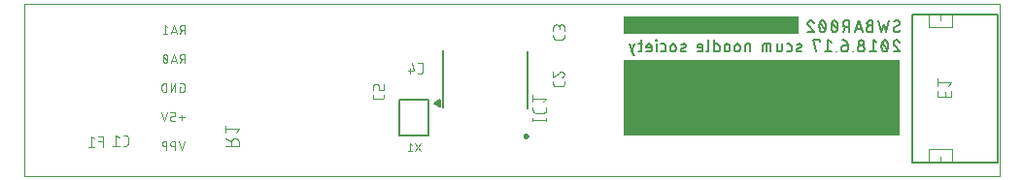
<source format=gbo>
G75*
%MOIN*%
%OFA0B0*%
%FSLAX25Y25*%
%IPPOS*%
%LPD*%
%AMOC8*
5,1,8,0,0,1.08239X$1,22.5*
%
%ADD10C,0.00000*%
%ADD11C,0.00500*%
%ADD12C,0.00300*%
%ADD13C,0.00400*%
%ADD14R,0.60000X0.06250*%
%ADD15R,0.95000X0.26250*%
%ADD16C,0.00600*%
%ADD17C,0.01000*%
%ADD18C,0.00787*%
%ADD19C,0.00200*%
D10*
X0002265Y0032362D02*
X0002265Y0091417D01*
X0336910Y0091417D01*
X0336910Y0032362D01*
X0002265Y0032362D01*
D11*
X0130896Y0046063D02*
X0140739Y0046063D01*
X0140739Y0058661D01*
X0130896Y0058661D01*
X0130896Y0046063D01*
X0211113Y0073779D02*
X0209780Y0077779D01*
X0211558Y0077779D02*
X0210669Y0075112D01*
X0213011Y0075112D02*
X0213234Y0075112D01*
X0213284Y0075114D01*
X0213333Y0075119D01*
X0213382Y0075129D01*
X0213431Y0075142D01*
X0213478Y0075158D01*
X0213523Y0075178D01*
X0213568Y0075201D01*
X0213610Y0075228D01*
X0213650Y0075258D01*
X0213688Y0075290D01*
X0213723Y0075325D01*
X0213755Y0075363D01*
X0213785Y0075403D01*
X0213812Y0075446D01*
X0213835Y0075490D01*
X0213855Y0075535D01*
X0213871Y0075582D01*
X0213884Y0075631D01*
X0213894Y0075680D01*
X0213899Y0075729D01*
X0213901Y0075779D01*
X0213900Y0075779D02*
X0213900Y0079112D01*
X0214345Y0077779D02*
X0213011Y0077779D01*
X0215720Y0076890D02*
X0215720Y0076445D01*
X0217498Y0076445D01*
X0217498Y0076890D02*
X0217498Y0075779D01*
X0217496Y0075729D01*
X0217491Y0075680D01*
X0217481Y0075631D01*
X0217468Y0075582D01*
X0217452Y0075535D01*
X0217432Y0075490D01*
X0217409Y0075446D01*
X0217382Y0075403D01*
X0217352Y0075363D01*
X0217320Y0075325D01*
X0217285Y0075290D01*
X0217247Y0075258D01*
X0217207Y0075228D01*
X0217165Y0075201D01*
X0217120Y0075178D01*
X0217075Y0075158D01*
X0217028Y0075142D01*
X0216979Y0075129D01*
X0216930Y0075119D01*
X0216881Y0075114D01*
X0216831Y0075112D01*
X0215720Y0075112D01*
X0219174Y0075112D02*
X0219174Y0077779D01*
X0219063Y0078890D02*
X0219285Y0078890D01*
X0219285Y0079112D01*
X0219063Y0079112D01*
X0219063Y0078890D01*
X0220662Y0077779D02*
X0221550Y0077779D01*
X0221600Y0077777D01*
X0221649Y0077772D01*
X0221698Y0077762D01*
X0221747Y0077749D01*
X0221794Y0077733D01*
X0221839Y0077713D01*
X0221884Y0077690D01*
X0221926Y0077663D01*
X0221966Y0077633D01*
X0222004Y0077601D01*
X0222039Y0077566D01*
X0222071Y0077528D01*
X0222101Y0077488D01*
X0222128Y0077446D01*
X0222151Y0077401D01*
X0222171Y0077356D01*
X0222187Y0077309D01*
X0222200Y0077260D01*
X0222210Y0077211D01*
X0222215Y0077162D01*
X0222217Y0077112D01*
X0222217Y0075779D01*
X0222215Y0075729D01*
X0222210Y0075680D01*
X0222200Y0075631D01*
X0222187Y0075582D01*
X0222171Y0075535D01*
X0222151Y0075490D01*
X0222128Y0075446D01*
X0222101Y0075403D01*
X0222071Y0075363D01*
X0222039Y0075325D01*
X0222004Y0075290D01*
X0221966Y0075258D01*
X0221926Y0075228D01*
X0221884Y0075201D01*
X0221839Y0075178D01*
X0221794Y0075158D01*
X0221747Y0075142D01*
X0221698Y0075129D01*
X0221649Y0075119D01*
X0221600Y0075114D01*
X0221550Y0075112D01*
X0220662Y0075112D01*
X0223955Y0076001D02*
X0223955Y0076890D01*
X0223957Y0076948D01*
X0223963Y0077006D01*
X0223972Y0077063D01*
X0223985Y0077120D01*
X0224002Y0077176D01*
X0224023Y0077230D01*
X0224047Y0077283D01*
X0224074Y0077335D01*
X0224105Y0077384D01*
X0224139Y0077431D01*
X0224176Y0077476D01*
X0224215Y0077519D01*
X0224258Y0077558D01*
X0224303Y0077595D01*
X0224350Y0077629D01*
X0224400Y0077660D01*
X0224451Y0077687D01*
X0224504Y0077711D01*
X0224558Y0077732D01*
X0224614Y0077749D01*
X0224671Y0077762D01*
X0224728Y0077771D01*
X0224786Y0077777D01*
X0224844Y0077779D01*
X0224902Y0077777D01*
X0224960Y0077771D01*
X0225017Y0077762D01*
X0225074Y0077749D01*
X0225130Y0077732D01*
X0225184Y0077711D01*
X0225237Y0077687D01*
X0225289Y0077660D01*
X0225338Y0077629D01*
X0225385Y0077595D01*
X0225430Y0077558D01*
X0225473Y0077519D01*
X0225512Y0077476D01*
X0225549Y0077431D01*
X0225583Y0077384D01*
X0225614Y0077335D01*
X0225641Y0077283D01*
X0225665Y0077230D01*
X0225686Y0077176D01*
X0225703Y0077120D01*
X0225716Y0077063D01*
X0225725Y0077006D01*
X0225731Y0076948D01*
X0225733Y0076890D01*
X0225733Y0076001D01*
X0225731Y0075943D01*
X0225725Y0075885D01*
X0225716Y0075828D01*
X0225703Y0075771D01*
X0225686Y0075715D01*
X0225665Y0075661D01*
X0225641Y0075608D01*
X0225614Y0075557D01*
X0225583Y0075507D01*
X0225549Y0075460D01*
X0225512Y0075415D01*
X0225473Y0075372D01*
X0225430Y0075333D01*
X0225385Y0075296D01*
X0225338Y0075262D01*
X0225289Y0075231D01*
X0225237Y0075204D01*
X0225184Y0075180D01*
X0225130Y0075159D01*
X0225074Y0075142D01*
X0225017Y0075129D01*
X0224960Y0075120D01*
X0224902Y0075114D01*
X0224844Y0075112D01*
X0224786Y0075114D01*
X0224728Y0075120D01*
X0224671Y0075129D01*
X0224614Y0075142D01*
X0224558Y0075159D01*
X0224504Y0075180D01*
X0224451Y0075204D01*
X0224400Y0075231D01*
X0224350Y0075262D01*
X0224303Y0075296D01*
X0224258Y0075333D01*
X0224215Y0075372D01*
X0224176Y0075415D01*
X0224139Y0075460D01*
X0224105Y0075507D01*
X0224074Y0075557D01*
X0224047Y0075608D01*
X0224023Y0075661D01*
X0224002Y0075715D01*
X0223985Y0075771D01*
X0223972Y0075828D01*
X0223963Y0075885D01*
X0223957Y0075943D01*
X0223955Y0076001D01*
X0227798Y0076223D02*
X0228909Y0076668D01*
X0228952Y0076687D01*
X0228993Y0076710D01*
X0229032Y0076736D01*
X0229069Y0076765D01*
X0229104Y0076797D01*
X0229135Y0076832D01*
X0229164Y0076869D01*
X0229190Y0076908D01*
X0229212Y0076950D01*
X0229231Y0076993D01*
X0229247Y0077037D01*
X0229258Y0077083D01*
X0229266Y0077129D01*
X0229270Y0077176D01*
X0229271Y0077223D01*
X0229267Y0077270D01*
X0229260Y0077316D01*
X0229249Y0077362D01*
X0229234Y0077406D01*
X0229216Y0077450D01*
X0229194Y0077491D01*
X0229169Y0077531D01*
X0229140Y0077568D01*
X0229109Y0077603D01*
X0229075Y0077636D01*
X0229038Y0077665D01*
X0229000Y0077692D01*
X0228959Y0077715D01*
X0228916Y0077735D01*
X0228872Y0077751D01*
X0228827Y0077764D01*
X0228780Y0077773D01*
X0228734Y0077778D01*
X0228687Y0077779D01*
X0229243Y0075334D02*
X0229136Y0075297D01*
X0229027Y0075263D01*
X0228918Y0075233D01*
X0228808Y0075206D01*
X0228697Y0075182D01*
X0228585Y0075162D01*
X0228473Y0075145D01*
X0228360Y0075132D01*
X0228248Y0075121D01*
X0228134Y0075115D01*
X0228021Y0075111D01*
X0228020Y0075112D02*
X0227973Y0075113D01*
X0227927Y0075118D01*
X0227880Y0075127D01*
X0227835Y0075140D01*
X0227791Y0075156D01*
X0227748Y0075176D01*
X0227707Y0075199D01*
X0227669Y0075226D01*
X0227632Y0075255D01*
X0227598Y0075288D01*
X0227567Y0075323D01*
X0227538Y0075360D01*
X0227513Y0075400D01*
X0227491Y0075441D01*
X0227473Y0075485D01*
X0227458Y0075529D01*
X0227447Y0075575D01*
X0227440Y0075621D01*
X0227436Y0075668D01*
X0227437Y0075715D01*
X0227441Y0075762D01*
X0227449Y0075808D01*
X0227460Y0075854D01*
X0227476Y0075898D01*
X0227495Y0075941D01*
X0227517Y0075983D01*
X0227543Y0076022D01*
X0227572Y0076059D01*
X0227603Y0076094D01*
X0227638Y0076126D01*
X0227675Y0076155D01*
X0227714Y0076181D01*
X0227755Y0076204D01*
X0227798Y0076223D01*
X0227687Y0077556D02*
X0227773Y0077593D01*
X0227861Y0077627D01*
X0227949Y0077657D01*
X0228039Y0077685D01*
X0228130Y0077708D01*
X0228221Y0077729D01*
X0228314Y0077746D01*
X0228406Y0077759D01*
X0228500Y0077769D01*
X0228593Y0077776D01*
X0228687Y0077779D01*
X0233135Y0076890D02*
X0233135Y0076445D01*
X0234913Y0076445D01*
X0234913Y0076890D02*
X0234913Y0075779D01*
X0234911Y0075729D01*
X0234906Y0075680D01*
X0234896Y0075631D01*
X0234883Y0075582D01*
X0234867Y0075535D01*
X0234847Y0075490D01*
X0234824Y0075446D01*
X0234797Y0075403D01*
X0234767Y0075363D01*
X0234735Y0075325D01*
X0234700Y0075290D01*
X0234662Y0075258D01*
X0234622Y0075228D01*
X0234580Y0075201D01*
X0234535Y0075178D01*
X0234490Y0075158D01*
X0234443Y0075142D01*
X0234394Y0075129D01*
X0234345Y0075119D01*
X0234296Y0075114D01*
X0234246Y0075112D01*
X0233135Y0075112D01*
X0236369Y0075112D02*
X0236419Y0075114D01*
X0236468Y0075119D01*
X0236517Y0075129D01*
X0236566Y0075142D01*
X0236613Y0075158D01*
X0236658Y0075178D01*
X0236703Y0075201D01*
X0236745Y0075228D01*
X0236785Y0075258D01*
X0236823Y0075290D01*
X0236858Y0075325D01*
X0236890Y0075363D01*
X0236920Y0075403D01*
X0236947Y0075446D01*
X0236970Y0075490D01*
X0236990Y0075535D01*
X0237006Y0075582D01*
X0237019Y0075631D01*
X0237029Y0075680D01*
X0237034Y0075729D01*
X0237036Y0075779D01*
X0237036Y0079112D01*
X0238965Y0079112D02*
X0238965Y0075112D01*
X0240076Y0075112D01*
X0240126Y0075114D01*
X0240175Y0075119D01*
X0240224Y0075129D01*
X0240273Y0075142D01*
X0240320Y0075158D01*
X0240365Y0075178D01*
X0240410Y0075201D01*
X0240452Y0075228D01*
X0240492Y0075258D01*
X0240530Y0075290D01*
X0240565Y0075325D01*
X0240597Y0075363D01*
X0240627Y0075403D01*
X0240654Y0075446D01*
X0240677Y0075490D01*
X0240697Y0075535D01*
X0240713Y0075582D01*
X0240726Y0075631D01*
X0240736Y0075680D01*
X0240741Y0075729D01*
X0240743Y0075779D01*
X0240743Y0077112D01*
X0240741Y0077162D01*
X0240736Y0077211D01*
X0240726Y0077260D01*
X0240713Y0077309D01*
X0240697Y0077356D01*
X0240677Y0077401D01*
X0240654Y0077446D01*
X0240627Y0077488D01*
X0240597Y0077528D01*
X0240565Y0077566D01*
X0240530Y0077601D01*
X0240492Y0077633D01*
X0240452Y0077663D01*
X0240410Y0077690D01*
X0240365Y0077713D01*
X0240320Y0077733D01*
X0240273Y0077749D01*
X0240224Y0077762D01*
X0240175Y0077772D01*
X0240126Y0077777D01*
X0240076Y0077779D01*
X0238965Y0077779D01*
X0242450Y0076890D02*
X0242450Y0076001D01*
X0242452Y0075943D01*
X0242458Y0075885D01*
X0242467Y0075828D01*
X0242480Y0075771D01*
X0242497Y0075715D01*
X0242518Y0075661D01*
X0242542Y0075608D01*
X0242569Y0075557D01*
X0242600Y0075507D01*
X0242634Y0075460D01*
X0242671Y0075415D01*
X0242710Y0075372D01*
X0242753Y0075333D01*
X0242798Y0075296D01*
X0242845Y0075262D01*
X0242895Y0075231D01*
X0242946Y0075204D01*
X0242999Y0075180D01*
X0243053Y0075159D01*
X0243109Y0075142D01*
X0243166Y0075129D01*
X0243223Y0075120D01*
X0243281Y0075114D01*
X0243339Y0075112D01*
X0243397Y0075114D01*
X0243455Y0075120D01*
X0243512Y0075129D01*
X0243569Y0075142D01*
X0243625Y0075159D01*
X0243679Y0075180D01*
X0243732Y0075204D01*
X0243784Y0075231D01*
X0243833Y0075262D01*
X0243880Y0075296D01*
X0243925Y0075333D01*
X0243968Y0075372D01*
X0244007Y0075415D01*
X0244044Y0075460D01*
X0244078Y0075507D01*
X0244109Y0075557D01*
X0244136Y0075608D01*
X0244160Y0075661D01*
X0244181Y0075715D01*
X0244198Y0075771D01*
X0244211Y0075828D01*
X0244220Y0075885D01*
X0244226Y0075943D01*
X0244228Y0076001D01*
X0244228Y0076890D01*
X0244226Y0076948D01*
X0244220Y0077006D01*
X0244211Y0077063D01*
X0244198Y0077120D01*
X0244181Y0077176D01*
X0244160Y0077230D01*
X0244136Y0077283D01*
X0244109Y0077335D01*
X0244078Y0077384D01*
X0244044Y0077431D01*
X0244007Y0077476D01*
X0243968Y0077519D01*
X0243925Y0077558D01*
X0243880Y0077595D01*
X0243833Y0077629D01*
X0243784Y0077660D01*
X0243732Y0077687D01*
X0243679Y0077711D01*
X0243625Y0077732D01*
X0243569Y0077749D01*
X0243512Y0077762D01*
X0243455Y0077771D01*
X0243397Y0077777D01*
X0243339Y0077779D01*
X0243281Y0077777D01*
X0243223Y0077771D01*
X0243166Y0077762D01*
X0243109Y0077749D01*
X0243053Y0077732D01*
X0242999Y0077711D01*
X0242946Y0077687D01*
X0242895Y0077660D01*
X0242845Y0077629D01*
X0242798Y0077595D01*
X0242753Y0077558D01*
X0242710Y0077519D01*
X0242671Y0077476D01*
X0242634Y0077431D01*
X0242600Y0077384D01*
X0242569Y0077335D01*
X0242542Y0077283D01*
X0242518Y0077230D01*
X0242497Y0077176D01*
X0242480Y0077120D01*
X0242467Y0077063D01*
X0242458Y0077006D01*
X0242452Y0076948D01*
X0242450Y0076890D01*
X0245960Y0076890D02*
X0245960Y0076001D01*
X0245962Y0075943D01*
X0245968Y0075885D01*
X0245977Y0075828D01*
X0245990Y0075771D01*
X0246007Y0075715D01*
X0246028Y0075661D01*
X0246052Y0075608D01*
X0246079Y0075557D01*
X0246110Y0075507D01*
X0246144Y0075460D01*
X0246181Y0075415D01*
X0246220Y0075372D01*
X0246263Y0075333D01*
X0246308Y0075296D01*
X0246355Y0075262D01*
X0246405Y0075231D01*
X0246456Y0075204D01*
X0246509Y0075180D01*
X0246563Y0075159D01*
X0246619Y0075142D01*
X0246676Y0075129D01*
X0246733Y0075120D01*
X0246791Y0075114D01*
X0246849Y0075112D01*
X0246907Y0075114D01*
X0246965Y0075120D01*
X0247022Y0075129D01*
X0247079Y0075142D01*
X0247135Y0075159D01*
X0247189Y0075180D01*
X0247242Y0075204D01*
X0247294Y0075231D01*
X0247343Y0075262D01*
X0247390Y0075296D01*
X0247435Y0075333D01*
X0247478Y0075372D01*
X0247517Y0075415D01*
X0247554Y0075460D01*
X0247588Y0075507D01*
X0247619Y0075557D01*
X0247646Y0075608D01*
X0247670Y0075661D01*
X0247691Y0075715D01*
X0247708Y0075771D01*
X0247721Y0075828D01*
X0247730Y0075885D01*
X0247736Y0075943D01*
X0247738Y0076001D01*
X0247738Y0076890D01*
X0247736Y0076948D01*
X0247730Y0077006D01*
X0247721Y0077063D01*
X0247708Y0077120D01*
X0247691Y0077176D01*
X0247670Y0077230D01*
X0247646Y0077283D01*
X0247619Y0077335D01*
X0247588Y0077384D01*
X0247554Y0077431D01*
X0247517Y0077476D01*
X0247478Y0077519D01*
X0247435Y0077558D01*
X0247390Y0077595D01*
X0247343Y0077629D01*
X0247294Y0077660D01*
X0247242Y0077687D01*
X0247189Y0077711D01*
X0247135Y0077732D01*
X0247079Y0077749D01*
X0247022Y0077762D01*
X0246965Y0077771D01*
X0246907Y0077777D01*
X0246849Y0077779D01*
X0246791Y0077777D01*
X0246733Y0077771D01*
X0246676Y0077762D01*
X0246619Y0077749D01*
X0246563Y0077732D01*
X0246509Y0077711D01*
X0246456Y0077687D01*
X0246405Y0077660D01*
X0246355Y0077629D01*
X0246308Y0077595D01*
X0246263Y0077558D01*
X0246220Y0077519D01*
X0246181Y0077476D01*
X0246144Y0077431D01*
X0246110Y0077384D01*
X0246079Y0077335D01*
X0246052Y0077283D01*
X0246028Y0077230D01*
X0246007Y0077176D01*
X0245990Y0077120D01*
X0245977Y0077063D01*
X0245968Y0077006D01*
X0245962Y0076948D01*
X0245960Y0076890D01*
X0249605Y0077112D02*
X0249605Y0075112D01*
X0251383Y0075112D02*
X0251383Y0077779D01*
X0250271Y0077779D01*
X0250221Y0077777D01*
X0250172Y0077772D01*
X0250123Y0077762D01*
X0250074Y0077749D01*
X0250027Y0077733D01*
X0249982Y0077713D01*
X0249938Y0077690D01*
X0249895Y0077663D01*
X0249855Y0077633D01*
X0249817Y0077601D01*
X0249782Y0077566D01*
X0249750Y0077528D01*
X0249720Y0077488D01*
X0249693Y0077446D01*
X0249670Y0077401D01*
X0249650Y0077356D01*
X0249634Y0077309D01*
X0249621Y0077260D01*
X0249611Y0077211D01*
X0249606Y0077162D01*
X0249604Y0077112D01*
X0255640Y0077112D02*
X0255640Y0075112D01*
X0256974Y0075112D02*
X0256974Y0077779D01*
X0256307Y0077779D02*
X0258307Y0077779D01*
X0258307Y0075112D01*
X0260405Y0075112D02*
X0260405Y0077779D01*
X0262183Y0077779D02*
X0262183Y0075779D01*
X0262181Y0075729D01*
X0262176Y0075680D01*
X0262166Y0075631D01*
X0262153Y0075582D01*
X0262137Y0075535D01*
X0262117Y0075490D01*
X0262094Y0075446D01*
X0262067Y0075403D01*
X0262037Y0075363D01*
X0262005Y0075325D01*
X0261970Y0075290D01*
X0261932Y0075258D01*
X0261892Y0075228D01*
X0261850Y0075201D01*
X0261805Y0075178D01*
X0261760Y0075158D01*
X0261713Y0075142D01*
X0261664Y0075129D01*
X0261615Y0075119D01*
X0261566Y0075114D01*
X0261516Y0075112D01*
X0260405Y0075112D01*
X0263861Y0075112D02*
X0264750Y0075112D01*
X0264800Y0075114D01*
X0264849Y0075119D01*
X0264898Y0075129D01*
X0264947Y0075142D01*
X0264994Y0075158D01*
X0265039Y0075178D01*
X0265084Y0075201D01*
X0265126Y0075228D01*
X0265166Y0075258D01*
X0265204Y0075290D01*
X0265239Y0075325D01*
X0265271Y0075363D01*
X0265301Y0075403D01*
X0265328Y0075446D01*
X0265351Y0075490D01*
X0265371Y0075535D01*
X0265387Y0075582D01*
X0265400Y0075631D01*
X0265410Y0075680D01*
X0265415Y0075729D01*
X0265417Y0075779D01*
X0265417Y0077112D01*
X0265415Y0077162D01*
X0265410Y0077211D01*
X0265400Y0077260D01*
X0265387Y0077309D01*
X0265371Y0077356D01*
X0265351Y0077401D01*
X0265328Y0077446D01*
X0265301Y0077488D01*
X0265271Y0077528D01*
X0265239Y0077566D01*
X0265204Y0077601D01*
X0265166Y0077633D01*
X0265126Y0077663D01*
X0265084Y0077690D01*
X0265039Y0077713D01*
X0264994Y0077733D01*
X0264947Y0077749D01*
X0264898Y0077762D01*
X0264849Y0077772D01*
X0264800Y0077777D01*
X0264750Y0077779D01*
X0263861Y0077779D01*
X0267710Y0075111D02*
X0267823Y0075115D01*
X0267937Y0075121D01*
X0268049Y0075132D01*
X0268162Y0075145D01*
X0268274Y0075162D01*
X0268386Y0075182D01*
X0268497Y0075206D01*
X0268607Y0075233D01*
X0268716Y0075263D01*
X0268825Y0075297D01*
X0268932Y0075334D01*
X0268377Y0077779D02*
X0268283Y0077776D01*
X0268190Y0077769D01*
X0268096Y0077759D01*
X0268004Y0077746D01*
X0267911Y0077729D01*
X0267820Y0077708D01*
X0267729Y0077685D01*
X0267639Y0077657D01*
X0267551Y0077627D01*
X0267463Y0077593D01*
X0267377Y0077556D01*
X0268377Y0077779D02*
X0268424Y0077778D01*
X0268470Y0077773D01*
X0268517Y0077764D01*
X0268562Y0077751D01*
X0268606Y0077735D01*
X0268649Y0077715D01*
X0268690Y0077692D01*
X0268728Y0077665D01*
X0268765Y0077636D01*
X0268799Y0077603D01*
X0268830Y0077568D01*
X0268859Y0077531D01*
X0268884Y0077491D01*
X0268906Y0077450D01*
X0268924Y0077406D01*
X0268939Y0077362D01*
X0268950Y0077316D01*
X0268957Y0077270D01*
X0268961Y0077223D01*
X0268960Y0077176D01*
X0268956Y0077129D01*
X0268948Y0077083D01*
X0268937Y0077037D01*
X0268921Y0076993D01*
X0268902Y0076950D01*
X0268880Y0076908D01*
X0268854Y0076869D01*
X0268825Y0076832D01*
X0268794Y0076797D01*
X0268759Y0076765D01*
X0268722Y0076736D01*
X0268683Y0076710D01*
X0268642Y0076687D01*
X0268599Y0076668D01*
X0267488Y0076223D01*
X0267445Y0076204D01*
X0267404Y0076181D01*
X0267365Y0076155D01*
X0267328Y0076126D01*
X0267293Y0076094D01*
X0267262Y0076059D01*
X0267233Y0076022D01*
X0267207Y0075983D01*
X0267185Y0075941D01*
X0267166Y0075898D01*
X0267150Y0075854D01*
X0267139Y0075808D01*
X0267131Y0075762D01*
X0267127Y0075715D01*
X0267126Y0075668D01*
X0267130Y0075621D01*
X0267137Y0075575D01*
X0267148Y0075529D01*
X0267163Y0075485D01*
X0267181Y0075441D01*
X0267203Y0075400D01*
X0267228Y0075360D01*
X0267257Y0075323D01*
X0267288Y0075288D01*
X0267322Y0075255D01*
X0267359Y0075226D01*
X0267397Y0075199D01*
X0267438Y0075176D01*
X0267481Y0075156D01*
X0267525Y0075140D01*
X0267570Y0075127D01*
X0267617Y0075118D01*
X0267663Y0075113D01*
X0267710Y0075112D01*
X0273984Y0075112D02*
X0272872Y0079112D01*
X0275095Y0079112D01*
X0275095Y0078668D01*
X0278034Y0079112D02*
X0278034Y0075112D01*
X0279145Y0075112D02*
X0276922Y0075112D01*
X0280757Y0075112D02*
X0280980Y0075112D01*
X0280980Y0075334D01*
X0280757Y0075334D01*
X0280757Y0075112D01*
X0282592Y0076223D02*
X0282592Y0076445D01*
X0282594Y0076503D01*
X0282600Y0076561D01*
X0282609Y0076618D01*
X0282622Y0076675D01*
X0282639Y0076731D01*
X0282660Y0076785D01*
X0282684Y0076838D01*
X0282711Y0076890D01*
X0282742Y0076939D01*
X0282776Y0076986D01*
X0282813Y0077031D01*
X0282852Y0077074D01*
X0282895Y0077113D01*
X0282940Y0077150D01*
X0282987Y0077184D01*
X0283037Y0077215D01*
X0283088Y0077242D01*
X0283141Y0077266D01*
X0283195Y0077287D01*
X0283251Y0077304D01*
X0283308Y0077317D01*
X0283365Y0077326D01*
X0283423Y0077332D01*
X0283481Y0077334D01*
X0284815Y0077334D01*
X0284815Y0076223D01*
X0284813Y0076157D01*
X0284807Y0076092D01*
X0284797Y0076026D01*
X0284784Y0075962D01*
X0284767Y0075899D01*
X0284745Y0075836D01*
X0284721Y0075775D01*
X0284692Y0075716D01*
X0284661Y0075658D01*
X0284625Y0075602D01*
X0284587Y0075549D01*
X0284546Y0075498D01*
X0284501Y0075449D01*
X0284454Y0075403D01*
X0284404Y0075360D01*
X0284352Y0075320D01*
X0284297Y0075284D01*
X0284240Y0075250D01*
X0284182Y0075220D01*
X0284122Y0075193D01*
X0284060Y0075171D01*
X0283997Y0075151D01*
X0283933Y0075136D01*
X0283868Y0075124D01*
X0283803Y0075116D01*
X0283737Y0075112D01*
X0283671Y0075112D01*
X0283605Y0075116D01*
X0283540Y0075124D01*
X0283475Y0075136D01*
X0283411Y0075151D01*
X0283348Y0075171D01*
X0283286Y0075193D01*
X0283226Y0075220D01*
X0283168Y0075250D01*
X0283111Y0075284D01*
X0283056Y0075320D01*
X0283004Y0075360D01*
X0282954Y0075403D01*
X0282907Y0075449D01*
X0282862Y0075498D01*
X0282821Y0075549D01*
X0282783Y0075602D01*
X0282747Y0075658D01*
X0282716Y0075716D01*
X0282687Y0075775D01*
X0282663Y0075836D01*
X0282641Y0075899D01*
X0282624Y0075962D01*
X0282611Y0076026D01*
X0282601Y0076092D01*
X0282595Y0076157D01*
X0282593Y0076223D01*
X0284815Y0077334D02*
X0284813Y0077416D01*
X0284807Y0077498D01*
X0284798Y0077580D01*
X0284785Y0077661D01*
X0284768Y0077741D01*
X0284747Y0077821D01*
X0284723Y0077899D01*
X0284695Y0077976D01*
X0284664Y0078052D01*
X0284629Y0078127D01*
X0284590Y0078199D01*
X0284549Y0078270D01*
X0284504Y0078339D01*
X0284456Y0078405D01*
X0284405Y0078470D01*
X0284351Y0078532D01*
X0284294Y0078591D01*
X0284235Y0078648D01*
X0284173Y0078702D01*
X0284108Y0078753D01*
X0284042Y0078801D01*
X0283973Y0078846D01*
X0283902Y0078887D01*
X0283830Y0078926D01*
X0283755Y0078960D01*
X0283679Y0078992D01*
X0283602Y0079020D01*
X0283524Y0079044D01*
X0283444Y0079065D01*
X0283364Y0079082D01*
X0283283Y0079095D01*
X0283201Y0079104D01*
X0283119Y0079110D01*
X0283037Y0079112D01*
X0279145Y0078223D02*
X0278034Y0079112D01*
X0273205Y0081862D02*
X0270982Y0081862D01*
X0273205Y0081862D02*
X0271316Y0084084D01*
X0271982Y0085862D02*
X0272052Y0085860D01*
X0272122Y0085854D01*
X0272192Y0085845D01*
X0272261Y0085831D01*
X0272329Y0085814D01*
X0272396Y0085793D01*
X0272462Y0085769D01*
X0272526Y0085741D01*
X0272589Y0085710D01*
X0272650Y0085675D01*
X0272709Y0085636D01*
X0272766Y0085595D01*
X0272820Y0085551D01*
X0272872Y0085504D01*
X0272922Y0085453D01*
X0272968Y0085401D01*
X0273012Y0085346D01*
X0273052Y0085288D01*
X0273089Y0085229D01*
X0273123Y0085167D01*
X0273154Y0085104D01*
X0273181Y0085039D01*
X0273204Y0084973D01*
X0271316Y0084084D02*
X0271273Y0084128D01*
X0271231Y0084175D01*
X0271193Y0084224D01*
X0271158Y0084275D01*
X0271125Y0084328D01*
X0271096Y0084383D01*
X0271070Y0084439D01*
X0271047Y0084497D01*
X0271028Y0084556D01*
X0271012Y0084616D01*
X0270999Y0084677D01*
X0270990Y0084738D01*
X0270985Y0084800D01*
X0270983Y0084862D01*
X0270982Y0084862D02*
X0270984Y0084922D01*
X0270989Y0084983D01*
X0270998Y0085042D01*
X0271011Y0085101D01*
X0271027Y0085160D01*
X0271047Y0085217D01*
X0271070Y0085272D01*
X0271097Y0085327D01*
X0271126Y0085379D01*
X0271159Y0085430D01*
X0271195Y0085479D01*
X0271233Y0085525D01*
X0271275Y0085569D01*
X0271319Y0085611D01*
X0271365Y0085649D01*
X0271414Y0085685D01*
X0271465Y0085718D01*
X0271517Y0085747D01*
X0271572Y0085774D01*
X0271627Y0085797D01*
X0271684Y0085817D01*
X0271743Y0085833D01*
X0271802Y0085846D01*
X0271861Y0085855D01*
X0271922Y0085860D01*
X0271982Y0085862D01*
X0275255Y0084973D02*
X0277032Y0082751D01*
X0276144Y0081862D02*
X0276087Y0081864D01*
X0276031Y0081870D01*
X0275975Y0081880D01*
X0275920Y0081893D01*
X0275866Y0081910D01*
X0275814Y0081931D01*
X0275763Y0081956D01*
X0275713Y0081984D01*
X0275666Y0082015D01*
X0275621Y0082050D01*
X0275579Y0082087D01*
X0275539Y0082127D01*
X0275502Y0082170D01*
X0275468Y0082216D01*
X0275438Y0082263D01*
X0275410Y0082313D01*
X0275387Y0082364D01*
X0275366Y0082417D01*
X0276144Y0081862D02*
X0276201Y0081864D01*
X0276257Y0081870D01*
X0276313Y0081880D01*
X0276368Y0081893D01*
X0276422Y0081910D01*
X0276474Y0081931D01*
X0276525Y0081956D01*
X0276575Y0081984D01*
X0276622Y0082015D01*
X0276667Y0082050D01*
X0276709Y0082087D01*
X0276749Y0082127D01*
X0276786Y0082170D01*
X0276820Y0082216D01*
X0276850Y0082263D01*
X0276878Y0082313D01*
X0276901Y0082364D01*
X0276922Y0082417D01*
X0280971Y0082418D02*
X0281016Y0082514D01*
X0281058Y0082613D01*
X0281097Y0082712D01*
X0281133Y0082813D01*
X0281165Y0082914D01*
X0281194Y0083017D01*
X0281220Y0083121D01*
X0281242Y0083225D01*
X0281261Y0083330D01*
X0281276Y0083436D01*
X0281288Y0083542D01*
X0281297Y0083649D01*
X0281302Y0083755D01*
X0281304Y0083862D01*
X0279083Y0083862D02*
X0279085Y0083969D01*
X0279090Y0084075D01*
X0279099Y0084182D01*
X0279111Y0084288D01*
X0279126Y0084394D01*
X0279145Y0084499D01*
X0279167Y0084603D01*
X0279193Y0084707D01*
X0279222Y0084810D01*
X0279255Y0084911D01*
X0279290Y0085012D01*
X0279329Y0085111D01*
X0279371Y0085210D01*
X0279416Y0085306D01*
X0279305Y0084973D02*
X0281082Y0082751D01*
X0280194Y0081862D02*
X0280137Y0081864D01*
X0280081Y0081870D01*
X0280025Y0081880D01*
X0279970Y0081893D01*
X0279916Y0081910D01*
X0279864Y0081931D01*
X0279813Y0081956D01*
X0279763Y0081984D01*
X0279716Y0082015D01*
X0279671Y0082050D01*
X0279629Y0082087D01*
X0279589Y0082127D01*
X0279552Y0082170D01*
X0279518Y0082216D01*
X0279488Y0082263D01*
X0279460Y0082313D01*
X0279437Y0082364D01*
X0279416Y0082417D01*
X0280194Y0081862D02*
X0280251Y0081864D01*
X0280307Y0081870D01*
X0280363Y0081880D01*
X0280418Y0081893D01*
X0280472Y0081910D01*
X0280524Y0081931D01*
X0280575Y0081956D01*
X0280625Y0081984D01*
X0280672Y0082015D01*
X0280717Y0082050D01*
X0280759Y0082087D01*
X0280799Y0082127D01*
X0280836Y0082170D01*
X0280870Y0082216D01*
X0280900Y0082263D01*
X0280928Y0082313D01*
X0280951Y0082364D01*
X0280972Y0082417D01*
X0279416Y0082418D02*
X0279371Y0082514D01*
X0279329Y0082613D01*
X0279290Y0082712D01*
X0279254Y0082813D01*
X0279222Y0082914D01*
X0279193Y0083017D01*
X0279167Y0083121D01*
X0279145Y0083225D01*
X0279126Y0083330D01*
X0279111Y0083436D01*
X0279099Y0083542D01*
X0279090Y0083649D01*
X0279085Y0083755D01*
X0279083Y0083862D01*
X0275366Y0082418D02*
X0275321Y0082514D01*
X0275279Y0082613D01*
X0275240Y0082712D01*
X0275204Y0082813D01*
X0275172Y0082914D01*
X0275143Y0083017D01*
X0275117Y0083121D01*
X0275095Y0083225D01*
X0275076Y0083330D01*
X0275061Y0083436D01*
X0275049Y0083542D01*
X0275040Y0083649D01*
X0275035Y0083755D01*
X0275033Y0083862D01*
X0277254Y0083862D02*
X0277252Y0083969D01*
X0277247Y0084075D01*
X0277238Y0084182D01*
X0277226Y0084288D01*
X0277211Y0084394D01*
X0277192Y0084499D01*
X0277170Y0084603D01*
X0277144Y0084707D01*
X0277115Y0084810D01*
X0277083Y0084911D01*
X0277047Y0085012D01*
X0277008Y0085111D01*
X0276966Y0085210D01*
X0276921Y0085306D01*
X0276144Y0085862D02*
X0276087Y0085860D01*
X0276031Y0085854D01*
X0275975Y0085844D01*
X0275920Y0085831D01*
X0275866Y0085814D01*
X0275814Y0085793D01*
X0275763Y0085768D01*
X0275713Y0085740D01*
X0275666Y0085709D01*
X0275621Y0085674D01*
X0275579Y0085637D01*
X0275539Y0085597D01*
X0275502Y0085554D01*
X0275468Y0085508D01*
X0275438Y0085461D01*
X0275410Y0085411D01*
X0275387Y0085360D01*
X0275366Y0085307D01*
X0276144Y0085862D02*
X0276201Y0085860D01*
X0276257Y0085854D01*
X0276313Y0085844D01*
X0276368Y0085831D01*
X0276422Y0085814D01*
X0276474Y0085793D01*
X0276525Y0085768D01*
X0276575Y0085740D01*
X0276622Y0085709D01*
X0276667Y0085674D01*
X0276709Y0085637D01*
X0276749Y0085597D01*
X0276786Y0085554D01*
X0276820Y0085508D01*
X0276850Y0085461D01*
X0276878Y0085411D01*
X0276901Y0085359D01*
X0276922Y0085307D01*
X0279416Y0085307D02*
X0279437Y0085360D01*
X0279460Y0085411D01*
X0279488Y0085461D01*
X0279518Y0085508D01*
X0279552Y0085554D01*
X0279589Y0085597D01*
X0279629Y0085637D01*
X0279671Y0085674D01*
X0279716Y0085709D01*
X0279763Y0085740D01*
X0279813Y0085768D01*
X0279864Y0085793D01*
X0279916Y0085814D01*
X0279970Y0085831D01*
X0280025Y0085844D01*
X0280081Y0085854D01*
X0280137Y0085860D01*
X0280194Y0085862D01*
X0280251Y0085860D01*
X0280307Y0085854D01*
X0280363Y0085844D01*
X0280418Y0085831D01*
X0280472Y0085814D01*
X0280524Y0085793D01*
X0280575Y0085768D01*
X0280625Y0085740D01*
X0280672Y0085709D01*
X0280717Y0085674D01*
X0280759Y0085637D01*
X0280799Y0085597D01*
X0280836Y0085554D01*
X0280870Y0085508D01*
X0280900Y0085461D01*
X0280928Y0085411D01*
X0280951Y0085359D01*
X0280972Y0085307D01*
X0284212Y0085862D02*
X0285324Y0085862D01*
X0285324Y0081862D01*
X0287095Y0081862D02*
X0288429Y0085862D01*
X0289762Y0081862D01*
X0289429Y0082862D02*
X0287429Y0082862D01*
X0285324Y0083640D02*
X0284212Y0083640D01*
X0283990Y0083640D02*
X0283101Y0081862D01*
X0275033Y0083862D02*
X0275035Y0083969D01*
X0275040Y0084075D01*
X0275049Y0084182D01*
X0275061Y0084288D01*
X0275076Y0084394D01*
X0275095Y0084499D01*
X0275117Y0084603D01*
X0275143Y0084707D01*
X0275172Y0084810D01*
X0275205Y0084911D01*
X0275240Y0085012D01*
X0275279Y0085111D01*
X0275321Y0085210D01*
X0275366Y0085306D01*
X0277254Y0083862D02*
X0277252Y0083755D01*
X0277247Y0083649D01*
X0277238Y0083542D01*
X0277226Y0083436D01*
X0277211Y0083330D01*
X0277192Y0083225D01*
X0277170Y0083121D01*
X0277144Y0083017D01*
X0277115Y0082914D01*
X0277083Y0082813D01*
X0277047Y0082712D01*
X0277008Y0082613D01*
X0276966Y0082514D01*
X0276921Y0082418D01*
X0281304Y0083862D02*
X0281302Y0083969D01*
X0281297Y0084075D01*
X0281288Y0084182D01*
X0281276Y0084288D01*
X0281261Y0084394D01*
X0281242Y0084499D01*
X0281220Y0084603D01*
X0281194Y0084707D01*
X0281165Y0084810D01*
X0281133Y0084911D01*
X0281097Y0085012D01*
X0281058Y0085111D01*
X0281016Y0085210D01*
X0280971Y0085306D01*
X0284212Y0085862D02*
X0284146Y0085860D01*
X0284081Y0085854D01*
X0284015Y0085844D01*
X0283951Y0085831D01*
X0283888Y0085814D01*
X0283825Y0085792D01*
X0283764Y0085768D01*
X0283705Y0085739D01*
X0283647Y0085708D01*
X0283591Y0085672D01*
X0283538Y0085634D01*
X0283487Y0085593D01*
X0283438Y0085548D01*
X0283392Y0085501D01*
X0283349Y0085451D01*
X0283309Y0085399D01*
X0283273Y0085344D01*
X0283239Y0085287D01*
X0283209Y0085229D01*
X0283182Y0085169D01*
X0283160Y0085107D01*
X0283140Y0085044D01*
X0283125Y0084980D01*
X0283113Y0084915D01*
X0283105Y0084850D01*
X0283101Y0084784D01*
X0283101Y0084718D01*
X0283105Y0084652D01*
X0283113Y0084587D01*
X0283125Y0084522D01*
X0283140Y0084458D01*
X0283160Y0084395D01*
X0283182Y0084333D01*
X0283209Y0084273D01*
X0283239Y0084215D01*
X0283273Y0084158D01*
X0283309Y0084103D01*
X0283349Y0084051D01*
X0283392Y0084001D01*
X0283438Y0083954D01*
X0283487Y0083909D01*
X0283538Y0083868D01*
X0283591Y0083830D01*
X0283647Y0083794D01*
X0283705Y0083763D01*
X0283764Y0083734D01*
X0283825Y0083710D01*
X0283888Y0083688D01*
X0283951Y0083671D01*
X0284015Y0083658D01*
X0284081Y0083648D01*
X0284146Y0083642D01*
X0284212Y0083640D01*
X0292272Y0084084D02*
X0293383Y0084084D01*
X0292272Y0084084D02*
X0292214Y0084086D01*
X0292156Y0084092D01*
X0292099Y0084101D01*
X0292042Y0084114D01*
X0291986Y0084131D01*
X0291932Y0084152D01*
X0291879Y0084176D01*
X0291828Y0084203D01*
X0291778Y0084234D01*
X0291731Y0084268D01*
X0291686Y0084305D01*
X0291643Y0084344D01*
X0291604Y0084387D01*
X0291567Y0084432D01*
X0291533Y0084479D01*
X0291502Y0084529D01*
X0291475Y0084580D01*
X0291451Y0084633D01*
X0291430Y0084687D01*
X0291413Y0084743D01*
X0291400Y0084800D01*
X0291391Y0084857D01*
X0291385Y0084915D01*
X0291383Y0084973D01*
X0291385Y0085031D01*
X0291391Y0085089D01*
X0291400Y0085146D01*
X0291413Y0085203D01*
X0291430Y0085259D01*
X0291451Y0085313D01*
X0291475Y0085366D01*
X0291502Y0085418D01*
X0291533Y0085467D01*
X0291567Y0085514D01*
X0291604Y0085559D01*
X0291643Y0085602D01*
X0291686Y0085641D01*
X0291731Y0085678D01*
X0291778Y0085712D01*
X0291828Y0085743D01*
X0291879Y0085770D01*
X0291932Y0085794D01*
X0291986Y0085815D01*
X0292042Y0085832D01*
X0292099Y0085845D01*
X0292156Y0085854D01*
X0292214Y0085860D01*
X0292272Y0085862D01*
X0293383Y0085862D01*
X0293383Y0081862D01*
X0292272Y0081862D01*
X0292206Y0081864D01*
X0292141Y0081870D01*
X0292075Y0081880D01*
X0292011Y0081893D01*
X0291948Y0081910D01*
X0291885Y0081932D01*
X0291824Y0081956D01*
X0291765Y0081985D01*
X0291707Y0082016D01*
X0291651Y0082052D01*
X0291598Y0082090D01*
X0291547Y0082131D01*
X0291498Y0082176D01*
X0291452Y0082223D01*
X0291409Y0082273D01*
X0291369Y0082325D01*
X0291333Y0082380D01*
X0291299Y0082437D01*
X0291269Y0082495D01*
X0291242Y0082555D01*
X0291220Y0082617D01*
X0291200Y0082680D01*
X0291185Y0082744D01*
X0291173Y0082809D01*
X0291165Y0082874D01*
X0291161Y0082940D01*
X0291161Y0083006D01*
X0291165Y0083072D01*
X0291173Y0083137D01*
X0291185Y0083202D01*
X0291200Y0083266D01*
X0291220Y0083329D01*
X0291242Y0083391D01*
X0291269Y0083451D01*
X0291299Y0083509D01*
X0291333Y0083566D01*
X0291369Y0083621D01*
X0291409Y0083673D01*
X0291452Y0083723D01*
X0291498Y0083770D01*
X0291547Y0083815D01*
X0291598Y0083856D01*
X0291651Y0083894D01*
X0291707Y0083930D01*
X0291765Y0083961D01*
X0291824Y0083990D01*
X0291885Y0084014D01*
X0291948Y0084036D01*
X0292011Y0084053D01*
X0292075Y0084066D01*
X0292141Y0084076D01*
X0292206Y0084082D01*
X0292272Y0084084D01*
X0296180Y0081862D02*
X0297069Y0084529D01*
X0297957Y0081862D01*
X0298846Y0085862D01*
X0302079Y0084195D02*
X0302129Y0084226D01*
X0302176Y0084261D01*
X0302221Y0084298D01*
X0302264Y0084339D01*
X0302304Y0084382D01*
X0302340Y0084427D01*
X0302374Y0084475D01*
X0302405Y0084525D01*
X0302432Y0084577D01*
X0302456Y0084630D01*
X0302477Y0084685D01*
X0302494Y0084741D01*
X0302507Y0084798D01*
X0302516Y0084856D01*
X0302522Y0084914D01*
X0302524Y0084973D01*
X0302522Y0085031D01*
X0302516Y0085089D01*
X0302507Y0085146D01*
X0302494Y0085203D01*
X0302477Y0085259D01*
X0302456Y0085313D01*
X0302432Y0085366D01*
X0302405Y0085418D01*
X0302374Y0085467D01*
X0302340Y0085514D01*
X0302303Y0085559D01*
X0302264Y0085602D01*
X0302221Y0085641D01*
X0302176Y0085678D01*
X0302129Y0085712D01*
X0302080Y0085743D01*
X0302028Y0085770D01*
X0301975Y0085794D01*
X0301921Y0085815D01*
X0301865Y0085832D01*
X0301808Y0085845D01*
X0301751Y0085854D01*
X0301693Y0085860D01*
X0301635Y0085862D01*
X0301635Y0085863D02*
X0301558Y0085861D01*
X0301482Y0085856D01*
X0301406Y0085847D01*
X0301330Y0085835D01*
X0301255Y0085819D01*
X0301181Y0085800D01*
X0301108Y0085777D01*
X0301036Y0085752D01*
X0300965Y0085722D01*
X0300895Y0085690D01*
X0300828Y0085654D01*
X0300761Y0085616D01*
X0300697Y0085574D01*
X0300635Y0085530D01*
X0302079Y0084195D02*
X0300857Y0083529D01*
X0301301Y0081862D02*
X0301383Y0081864D01*
X0301466Y0081869D01*
X0301547Y0081878D01*
X0301629Y0081891D01*
X0301710Y0081907D01*
X0301790Y0081927D01*
X0301869Y0081950D01*
X0301947Y0081976D01*
X0302023Y0082006D01*
X0302099Y0082040D01*
X0302172Y0082076D01*
X0302245Y0082116D01*
X0302315Y0082159D01*
X0302383Y0082205D01*
X0302449Y0082254D01*
X0302513Y0082306D01*
X0302575Y0082360D01*
X0302634Y0082418D01*
X0300857Y0083529D02*
X0300807Y0083498D01*
X0300760Y0083463D01*
X0300715Y0083426D01*
X0300672Y0083385D01*
X0300632Y0083342D01*
X0300596Y0083297D01*
X0300562Y0083249D01*
X0300531Y0083199D01*
X0300504Y0083147D01*
X0300480Y0083094D01*
X0300459Y0083039D01*
X0300442Y0082983D01*
X0300429Y0082926D01*
X0300420Y0082868D01*
X0300414Y0082810D01*
X0300412Y0082751D01*
X0300414Y0082693D01*
X0300420Y0082635D01*
X0300429Y0082578D01*
X0300442Y0082521D01*
X0300459Y0082465D01*
X0300480Y0082411D01*
X0300504Y0082358D01*
X0300531Y0082306D01*
X0300562Y0082257D01*
X0300596Y0082210D01*
X0300633Y0082165D01*
X0300672Y0082122D01*
X0300715Y0082083D01*
X0300760Y0082046D01*
X0300807Y0082012D01*
X0300857Y0081981D01*
X0300908Y0081954D01*
X0300961Y0081930D01*
X0301015Y0081909D01*
X0301071Y0081892D01*
X0301128Y0081879D01*
X0301185Y0081870D01*
X0301243Y0081864D01*
X0301301Y0081862D01*
X0296180Y0081862D02*
X0295291Y0085862D01*
X0306797Y0087953D02*
X0306797Y0036772D01*
X0336325Y0036772D01*
X0336325Y0048583D01*
X0336325Y0076142D01*
X0336325Y0087953D01*
X0306797Y0087953D01*
X0294535Y0078223D02*
X0293424Y0079112D01*
X0293424Y0075112D01*
X0294535Y0075112D02*
X0292312Y0075112D01*
X0290485Y0076223D02*
X0290483Y0076157D01*
X0290477Y0076092D01*
X0290467Y0076026D01*
X0290454Y0075962D01*
X0290437Y0075899D01*
X0290415Y0075836D01*
X0290391Y0075775D01*
X0290362Y0075716D01*
X0290331Y0075658D01*
X0290295Y0075602D01*
X0290257Y0075549D01*
X0290216Y0075498D01*
X0290171Y0075449D01*
X0290124Y0075403D01*
X0290074Y0075360D01*
X0290022Y0075320D01*
X0289967Y0075284D01*
X0289910Y0075250D01*
X0289852Y0075220D01*
X0289792Y0075193D01*
X0289730Y0075171D01*
X0289667Y0075151D01*
X0289603Y0075136D01*
X0289538Y0075124D01*
X0289473Y0075116D01*
X0289407Y0075112D01*
X0289341Y0075112D01*
X0289275Y0075116D01*
X0289210Y0075124D01*
X0289145Y0075136D01*
X0289081Y0075151D01*
X0289018Y0075171D01*
X0288956Y0075193D01*
X0288896Y0075220D01*
X0288838Y0075250D01*
X0288781Y0075284D01*
X0288726Y0075320D01*
X0288674Y0075360D01*
X0288624Y0075403D01*
X0288577Y0075449D01*
X0288532Y0075498D01*
X0288491Y0075549D01*
X0288453Y0075602D01*
X0288417Y0075658D01*
X0288386Y0075716D01*
X0288357Y0075775D01*
X0288333Y0075836D01*
X0288311Y0075899D01*
X0288294Y0075962D01*
X0288281Y0076026D01*
X0288271Y0076092D01*
X0288265Y0076157D01*
X0288263Y0076223D01*
X0288265Y0076289D01*
X0288271Y0076354D01*
X0288281Y0076420D01*
X0288294Y0076484D01*
X0288311Y0076547D01*
X0288333Y0076610D01*
X0288357Y0076671D01*
X0288386Y0076730D01*
X0288417Y0076788D01*
X0288453Y0076844D01*
X0288491Y0076897D01*
X0288532Y0076948D01*
X0288577Y0076997D01*
X0288624Y0077043D01*
X0288674Y0077086D01*
X0288726Y0077126D01*
X0288781Y0077162D01*
X0288838Y0077196D01*
X0288896Y0077226D01*
X0288956Y0077253D01*
X0289018Y0077275D01*
X0289081Y0077295D01*
X0289145Y0077310D01*
X0289210Y0077322D01*
X0289275Y0077330D01*
X0289341Y0077334D01*
X0289407Y0077334D01*
X0289473Y0077330D01*
X0289538Y0077322D01*
X0289603Y0077310D01*
X0289667Y0077295D01*
X0289730Y0077275D01*
X0289792Y0077253D01*
X0289852Y0077226D01*
X0289910Y0077196D01*
X0289967Y0077162D01*
X0290022Y0077126D01*
X0290074Y0077086D01*
X0290124Y0077043D01*
X0290171Y0076997D01*
X0290216Y0076948D01*
X0290257Y0076897D01*
X0290295Y0076844D01*
X0290331Y0076788D01*
X0290362Y0076730D01*
X0290391Y0076671D01*
X0290415Y0076610D01*
X0290437Y0076547D01*
X0290454Y0076484D01*
X0290467Y0076420D01*
X0290477Y0076354D01*
X0290483Y0076289D01*
X0290485Y0076223D01*
X0286650Y0075334D02*
X0286427Y0075334D01*
X0286427Y0075112D01*
X0286650Y0075112D01*
X0286650Y0075334D01*
X0298251Y0075668D02*
X0298296Y0075764D01*
X0298338Y0075863D01*
X0298377Y0075962D01*
X0298413Y0076063D01*
X0298445Y0076164D01*
X0298474Y0076267D01*
X0298500Y0076371D01*
X0298522Y0076475D01*
X0298541Y0076580D01*
X0298556Y0076686D01*
X0298568Y0076792D01*
X0298577Y0076899D01*
X0298582Y0077005D01*
X0298584Y0077112D01*
X0296363Y0077112D02*
X0296365Y0077219D01*
X0296370Y0077325D01*
X0296379Y0077432D01*
X0296391Y0077538D01*
X0296406Y0077644D01*
X0296425Y0077749D01*
X0296447Y0077853D01*
X0296473Y0077957D01*
X0296502Y0078060D01*
X0296535Y0078161D01*
X0296570Y0078262D01*
X0296609Y0078361D01*
X0296651Y0078460D01*
X0296696Y0078556D01*
X0296585Y0078223D02*
X0298362Y0076001D01*
X0297474Y0075112D02*
X0297417Y0075114D01*
X0297361Y0075120D01*
X0297305Y0075130D01*
X0297250Y0075143D01*
X0297196Y0075160D01*
X0297144Y0075181D01*
X0297093Y0075206D01*
X0297043Y0075234D01*
X0296996Y0075265D01*
X0296951Y0075300D01*
X0296909Y0075337D01*
X0296869Y0075377D01*
X0296832Y0075420D01*
X0296798Y0075466D01*
X0296768Y0075513D01*
X0296740Y0075563D01*
X0296717Y0075614D01*
X0296696Y0075667D01*
X0297474Y0075112D02*
X0297531Y0075114D01*
X0297587Y0075120D01*
X0297643Y0075130D01*
X0297698Y0075143D01*
X0297752Y0075160D01*
X0297804Y0075181D01*
X0297855Y0075206D01*
X0297905Y0075234D01*
X0297952Y0075265D01*
X0297997Y0075300D01*
X0298039Y0075337D01*
X0298079Y0075377D01*
X0298116Y0075420D01*
X0298150Y0075466D01*
X0298180Y0075513D01*
X0298208Y0075563D01*
X0298231Y0075614D01*
X0298252Y0075667D01*
X0300412Y0075112D02*
X0302635Y0075112D01*
X0300746Y0077334D01*
X0301412Y0079112D02*
X0301482Y0079110D01*
X0301552Y0079104D01*
X0301622Y0079095D01*
X0301691Y0079081D01*
X0301759Y0079064D01*
X0301826Y0079043D01*
X0301892Y0079019D01*
X0301956Y0078991D01*
X0302019Y0078960D01*
X0302080Y0078925D01*
X0302139Y0078886D01*
X0302196Y0078845D01*
X0302250Y0078801D01*
X0302302Y0078754D01*
X0302352Y0078703D01*
X0302398Y0078651D01*
X0302442Y0078596D01*
X0302482Y0078538D01*
X0302519Y0078479D01*
X0302553Y0078417D01*
X0302584Y0078354D01*
X0302611Y0078289D01*
X0302634Y0078223D01*
X0300745Y0077334D02*
X0300702Y0077378D01*
X0300660Y0077425D01*
X0300622Y0077474D01*
X0300587Y0077525D01*
X0300554Y0077578D01*
X0300525Y0077633D01*
X0300499Y0077689D01*
X0300476Y0077747D01*
X0300457Y0077806D01*
X0300441Y0077866D01*
X0300428Y0077927D01*
X0300419Y0077988D01*
X0300414Y0078050D01*
X0300412Y0078112D01*
X0300414Y0078172D01*
X0300419Y0078233D01*
X0300428Y0078292D01*
X0300441Y0078351D01*
X0300457Y0078410D01*
X0300477Y0078467D01*
X0300500Y0078522D01*
X0300527Y0078577D01*
X0300556Y0078629D01*
X0300589Y0078680D01*
X0300625Y0078729D01*
X0300663Y0078775D01*
X0300705Y0078819D01*
X0300749Y0078861D01*
X0300795Y0078899D01*
X0300844Y0078935D01*
X0300895Y0078968D01*
X0300947Y0078997D01*
X0301002Y0079024D01*
X0301057Y0079047D01*
X0301114Y0079067D01*
X0301173Y0079083D01*
X0301232Y0079096D01*
X0301291Y0079105D01*
X0301352Y0079110D01*
X0301412Y0079112D01*
X0297474Y0079112D02*
X0297417Y0079110D01*
X0297361Y0079104D01*
X0297305Y0079094D01*
X0297250Y0079081D01*
X0297196Y0079064D01*
X0297144Y0079043D01*
X0297093Y0079018D01*
X0297043Y0078990D01*
X0296996Y0078959D01*
X0296951Y0078924D01*
X0296909Y0078887D01*
X0296869Y0078847D01*
X0296832Y0078804D01*
X0296798Y0078758D01*
X0296768Y0078711D01*
X0296740Y0078661D01*
X0296717Y0078610D01*
X0296696Y0078557D01*
X0297474Y0079112D02*
X0297531Y0079110D01*
X0297587Y0079104D01*
X0297643Y0079094D01*
X0297698Y0079081D01*
X0297752Y0079064D01*
X0297804Y0079043D01*
X0297855Y0079018D01*
X0297905Y0078990D01*
X0297952Y0078959D01*
X0297997Y0078924D01*
X0298039Y0078887D01*
X0298079Y0078847D01*
X0298116Y0078804D01*
X0298150Y0078758D01*
X0298180Y0078711D01*
X0298208Y0078661D01*
X0298231Y0078609D01*
X0298252Y0078557D01*
X0296363Y0077112D02*
X0296365Y0077005D01*
X0296370Y0076899D01*
X0296379Y0076792D01*
X0296391Y0076686D01*
X0296406Y0076580D01*
X0296425Y0076475D01*
X0296447Y0076371D01*
X0296473Y0076267D01*
X0296502Y0076164D01*
X0296534Y0076063D01*
X0296570Y0075962D01*
X0296609Y0075863D01*
X0296651Y0075764D01*
X0296696Y0075668D01*
X0298584Y0077112D02*
X0298582Y0077219D01*
X0298577Y0077325D01*
X0298568Y0077432D01*
X0298556Y0077538D01*
X0298541Y0077644D01*
X0298522Y0077749D01*
X0298500Y0077853D01*
X0298474Y0077957D01*
X0298445Y0078060D01*
X0298413Y0078161D01*
X0298377Y0078262D01*
X0298338Y0078361D01*
X0298296Y0078460D01*
X0298251Y0078556D01*
X0290263Y0078223D02*
X0290261Y0078165D01*
X0290255Y0078107D01*
X0290246Y0078050D01*
X0290233Y0077993D01*
X0290216Y0077937D01*
X0290195Y0077883D01*
X0290171Y0077830D01*
X0290144Y0077779D01*
X0290113Y0077729D01*
X0290079Y0077682D01*
X0290042Y0077637D01*
X0290003Y0077594D01*
X0289960Y0077555D01*
X0289915Y0077518D01*
X0289868Y0077484D01*
X0289819Y0077453D01*
X0289767Y0077426D01*
X0289714Y0077402D01*
X0289660Y0077381D01*
X0289604Y0077364D01*
X0289547Y0077351D01*
X0289490Y0077342D01*
X0289432Y0077336D01*
X0289374Y0077334D01*
X0289316Y0077336D01*
X0289258Y0077342D01*
X0289201Y0077351D01*
X0289144Y0077364D01*
X0289088Y0077381D01*
X0289034Y0077402D01*
X0288981Y0077426D01*
X0288930Y0077453D01*
X0288880Y0077484D01*
X0288833Y0077518D01*
X0288788Y0077555D01*
X0288745Y0077594D01*
X0288706Y0077637D01*
X0288669Y0077682D01*
X0288635Y0077729D01*
X0288604Y0077779D01*
X0288577Y0077830D01*
X0288553Y0077883D01*
X0288532Y0077937D01*
X0288515Y0077993D01*
X0288502Y0078050D01*
X0288493Y0078107D01*
X0288487Y0078165D01*
X0288485Y0078223D01*
X0288487Y0078281D01*
X0288493Y0078339D01*
X0288502Y0078396D01*
X0288515Y0078453D01*
X0288532Y0078509D01*
X0288553Y0078563D01*
X0288577Y0078616D01*
X0288604Y0078668D01*
X0288635Y0078717D01*
X0288669Y0078764D01*
X0288706Y0078809D01*
X0288745Y0078852D01*
X0288788Y0078891D01*
X0288833Y0078928D01*
X0288880Y0078962D01*
X0288930Y0078993D01*
X0288981Y0079020D01*
X0289034Y0079044D01*
X0289088Y0079065D01*
X0289144Y0079082D01*
X0289201Y0079095D01*
X0289258Y0079104D01*
X0289316Y0079110D01*
X0289374Y0079112D01*
X0289432Y0079110D01*
X0289490Y0079104D01*
X0289547Y0079095D01*
X0289604Y0079082D01*
X0289660Y0079065D01*
X0289714Y0079044D01*
X0289767Y0079020D01*
X0289819Y0078993D01*
X0289868Y0078962D01*
X0289915Y0078928D01*
X0289960Y0078891D01*
X0290003Y0078852D01*
X0290042Y0078809D01*
X0290079Y0078764D01*
X0290113Y0078717D01*
X0290144Y0078668D01*
X0290171Y0078616D01*
X0290195Y0078563D01*
X0290216Y0078509D01*
X0290233Y0078453D01*
X0290246Y0078396D01*
X0290255Y0078339D01*
X0290261Y0078281D01*
X0290263Y0078223D01*
X0256307Y0077779D02*
X0256257Y0077777D01*
X0256208Y0077772D01*
X0256159Y0077762D01*
X0256110Y0077749D01*
X0256063Y0077733D01*
X0256018Y0077713D01*
X0255974Y0077690D01*
X0255931Y0077663D01*
X0255891Y0077633D01*
X0255853Y0077601D01*
X0255818Y0077566D01*
X0255786Y0077528D01*
X0255756Y0077488D01*
X0255729Y0077446D01*
X0255706Y0077401D01*
X0255686Y0077356D01*
X0255670Y0077309D01*
X0255657Y0077260D01*
X0255647Y0077211D01*
X0255642Y0077162D01*
X0255640Y0077112D01*
X0234913Y0076890D02*
X0234911Y0076948D01*
X0234905Y0077006D01*
X0234896Y0077063D01*
X0234883Y0077120D01*
X0234866Y0077176D01*
X0234845Y0077230D01*
X0234821Y0077283D01*
X0234794Y0077335D01*
X0234763Y0077384D01*
X0234729Y0077431D01*
X0234692Y0077476D01*
X0234653Y0077519D01*
X0234610Y0077558D01*
X0234565Y0077595D01*
X0234518Y0077629D01*
X0234469Y0077660D01*
X0234417Y0077687D01*
X0234364Y0077711D01*
X0234310Y0077732D01*
X0234254Y0077749D01*
X0234197Y0077762D01*
X0234140Y0077771D01*
X0234082Y0077777D01*
X0234024Y0077779D01*
X0233966Y0077777D01*
X0233908Y0077771D01*
X0233851Y0077762D01*
X0233794Y0077749D01*
X0233738Y0077732D01*
X0233684Y0077711D01*
X0233631Y0077687D01*
X0233580Y0077660D01*
X0233530Y0077629D01*
X0233483Y0077595D01*
X0233438Y0077558D01*
X0233395Y0077519D01*
X0233356Y0077476D01*
X0233319Y0077431D01*
X0233285Y0077384D01*
X0233254Y0077335D01*
X0233227Y0077283D01*
X0233203Y0077230D01*
X0233182Y0077176D01*
X0233165Y0077120D01*
X0233152Y0077063D01*
X0233143Y0077006D01*
X0233137Y0076948D01*
X0233135Y0076890D01*
X0217498Y0076890D02*
X0217496Y0076948D01*
X0217490Y0077006D01*
X0217481Y0077063D01*
X0217468Y0077120D01*
X0217451Y0077176D01*
X0217430Y0077230D01*
X0217406Y0077283D01*
X0217379Y0077335D01*
X0217348Y0077384D01*
X0217314Y0077431D01*
X0217277Y0077476D01*
X0217238Y0077519D01*
X0217195Y0077558D01*
X0217150Y0077595D01*
X0217103Y0077629D01*
X0217054Y0077660D01*
X0217002Y0077687D01*
X0216949Y0077711D01*
X0216895Y0077732D01*
X0216839Y0077749D01*
X0216782Y0077762D01*
X0216725Y0077771D01*
X0216667Y0077777D01*
X0216609Y0077779D01*
X0216551Y0077777D01*
X0216493Y0077771D01*
X0216436Y0077762D01*
X0216379Y0077749D01*
X0216323Y0077732D01*
X0216269Y0077711D01*
X0216216Y0077687D01*
X0216165Y0077660D01*
X0216115Y0077629D01*
X0216068Y0077595D01*
X0216023Y0077558D01*
X0215980Y0077519D01*
X0215941Y0077476D01*
X0215904Y0077431D01*
X0215870Y0077384D01*
X0215839Y0077335D01*
X0215812Y0077283D01*
X0215788Y0077230D01*
X0215767Y0077176D01*
X0215750Y0077120D01*
X0215737Y0077063D01*
X0215728Y0077006D01*
X0215722Y0076948D01*
X0215720Y0076890D01*
X0211558Y0073779D02*
X0211113Y0073779D01*
D12*
X0186601Y0079363D02*
X0184546Y0079363D01*
X0184490Y0079365D01*
X0184434Y0079371D01*
X0184379Y0079380D01*
X0184324Y0079393D01*
X0184271Y0079410D01*
X0184219Y0079431D01*
X0184168Y0079455D01*
X0184119Y0079483D01*
X0184072Y0079513D01*
X0184027Y0079547D01*
X0183985Y0079584D01*
X0183945Y0079624D01*
X0183908Y0079666D01*
X0183874Y0079711D01*
X0183844Y0079758D01*
X0183816Y0079807D01*
X0183792Y0079858D01*
X0183771Y0079910D01*
X0183754Y0079963D01*
X0183741Y0080018D01*
X0183732Y0080073D01*
X0183726Y0080129D01*
X0183724Y0080185D01*
X0183724Y0081007D01*
X0186601Y0079363D02*
X0186657Y0079365D01*
X0186713Y0079371D01*
X0186768Y0079380D01*
X0186823Y0079393D01*
X0186876Y0079410D01*
X0186928Y0079431D01*
X0186979Y0079455D01*
X0187028Y0079483D01*
X0187075Y0079513D01*
X0187120Y0079547D01*
X0187162Y0079584D01*
X0187202Y0079624D01*
X0187239Y0079666D01*
X0187273Y0079711D01*
X0187303Y0079758D01*
X0187331Y0079807D01*
X0187355Y0079858D01*
X0187376Y0079910D01*
X0187393Y0079963D01*
X0187406Y0080018D01*
X0187415Y0080073D01*
X0187421Y0080129D01*
X0187423Y0080185D01*
X0187424Y0080185D02*
X0187424Y0081007D01*
X0187424Y0082373D02*
X0187424Y0083606D01*
X0187423Y0083606D02*
X0187421Y0083662D01*
X0187415Y0083718D01*
X0187406Y0083773D01*
X0187393Y0083828D01*
X0187376Y0083881D01*
X0187355Y0083933D01*
X0187331Y0083984D01*
X0187303Y0084033D01*
X0187273Y0084080D01*
X0187239Y0084125D01*
X0187202Y0084167D01*
X0187162Y0084207D01*
X0187120Y0084244D01*
X0187075Y0084278D01*
X0187028Y0084308D01*
X0186979Y0084336D01*
X0186928Y0084360D01*
X0186876Y0084381D01*
X0186823Y0084398D01*
X0186768Y0084411D01*
X0186713Y0084420D01*
X0186657Y0084426D01*
X0186601Y0084428D01*
X0186545Y0084426D01*
X0186489Y0084420D01*
X0186434Y0084411D01*
X0186379Y0084398D01*
X0186326Y0084381D01*
X0186274Y0084360D01*
X0186223Y0084336D01*
X0186174Y0084308D01*
X0186127Y0084278D01*
X0186082Y0084244D01*
X0186040Y0084207D01*
X0186000Y0084167D01*
X0185963Y0084125D01*
X0185929Y0084080D01*
X0185899Y0084033D01*
X0185871Y0083984D01*
X0185847Y0083933D01*
X0185826Y0083881D01*
X0185809Y0083828D01*
X0185796Y0083773D01*
X0185787Y0083718D01*
X0185781Y0083662D01*
X0185779Y0083606D01*
X0185779Y0082784D01*
X0185779Y0083400D02*
X0185777Y0083463D01*
X0185771Y0083526D01*
X0185761Y0083589D01*
X0185748Y0083651D01*
X0185731Y0083712D01*
X0185710Y0083771D01*
X0185685Y0083830D01*
X0185657Y0083886D01*
X0185625Y0083941D01*
X0185590Y0083994D01*
X0185552Y0084044D01*
X0185511Y0084093D01*
X0185467Y0084138D01*
X0185420Y0084181D01*
X0185371Y0084220D01*
X0185319Y0084257D01*
X0185265Y0084290D01*
X0185209Y0084320D01*
X0185152Y0084347D01*
X0185093Y0084370D01*
X0185032Y0084389D01*
X0184971Y0084404D01*
X0184909Y0084416D01*
X0184846Y0084424D01*
X0184783Y0084428D01*
X0184719Y0084428D01*
X0184656Y0084424D01*
X0184593Y0084416D01*
X0184531Y0084404D01*
X0184470Y0084389D01*
X0184409Y0084370D01*
X0184350Y0084347D01*
X0184293Y0084320D01*
X0184237Y0084290D01*
X0184183Y0084257D01*
X0184131Y0084220D01*
X0184082Y0084181D01*
X0184035Y0084138D01*
X0183991Y0084093D01*
X0183950Y0084044D01*
X0183912Y0083994D01*
X0183877Y0083941D01*
X0183845Y0083886D01*
X0183817Y0083830D01*
X0183792Y0083771D01*
X0183771Y0083712D01*
X0183754Y0083651D01*
X0183741Y0083589D01*
X0183731Y0083526D01*
X0183725Y0083463D01*
X0183723Y0083400D01*
X0183724Y0083400D02*
X0183724Y0082373D01*
X0138192Y0071271D02*
X0137370Y0071271D01*
X0138192Y0071271D02*
X0138248Y0071269D01*
X0138304Y0071263D01*
X0138359Y0071254D01*
X0138414Y0071241D01*
X0138467Y0071224D01*
X0138519Y0071203D01*
X0138570Y0071179D01*
X0138619Y0071151D01*
X0138666Y0071121D01*
X0138711Y0071087D01*
X0138753Y0071050D01*
X0138793Y0071010D01*
X0138830Y0070968D01*
X0138864Y0070923D01*
X0138894Y0070876D01*
X0138922Y0070827D01*
X0138946Y0070776D01*
X0138967Y0070724D01*
X0138984Y0070671D01*
X0138997Y0070616D01*
X0139006Y0070561D01*
X0139012Y0070505D01*
X0139014Y0070449D01*
X0139014Y0068393D01*
X0139012Y0068337D01*
X0139006Y0068281D01*
X0138997Y0068226D01*
X0138984Y0068171D01*
X0138967Y0068118D01*
X0138946Y0068066D01*
X0138922Y0068015D01*
X0138894Y0067966D01*
X0138864Y0067919D01*
X0138830Y0067874D01*
X0138793Y0067832D01*
X0138753Y0067792D01*
X0138711Y0067755D01*
X0138666Y0067721D01*
X0138619Y0067691D01*
X0138570Y0067663D01*
X0138519Y0067639D01*
X0138467Y0067618D01*
X0138414Y0067601D01*
X0138359Y0067588D01*
X0138304Y0067579D01*
X0138248Y0067573D01*
X0138192Y0067571D01*
X0137370Y0067571D01*
X0136004Y0068393D02*
X0133949Y0068393D01*
X0134565Y0067571D02*
X0134565Y0069216D01*
X0136004Y0068393D02*
X0135182Y0071271D01*
X0125549Y0063803D02*
X0125549Y0061748D01*
X0123904Y0061748D01*
X0123904Y0062981D01*
X0123902Y0063037D01*
X0123896Y0063093D01*
X0123887Y0063148D01*
X0123874Y0063203D01*
X0123857Y0063256D01*
X0123836Y0063308D01*
X0123812Y0063359D01*
X0123784Y0063408D01*
X0123754Y0063455D01*
X0123720Y0063500D01*
X0123683Y0063542D01*
X0123643Y0063582D01*
X0123601Y0063619D01*
X0123556Y0063653D01*
X0123509Y0063683D01*
X0123460Y0063711D01*
X0123409Y0063735D01*
X0123357Y0063756D01*
X0123304Y0063773D01*
X0123249Y0063786D01*
X0123194Y0063795D01*
X0123138Y0063801D01*
X0123082Y0063803D01*
X0122671Y0063803D01*
X0122615Y0063801D01*
X0122559Y0063795D01*
X0122504Y0063786D01*
X0122449Y0063773D01*
X0122396Y0063756D01*
X0122344Y0063735D01*
X0122293Y0063711D01*
X0122244Y0063683D01*
X0122197Y0063653D01*
X0122152Y0063619D01*
X0122110Y0063582D01*
X0122070Y0063542D01*
X0122033Y0063500D01*
X0121999Y0063455D01*
X0121969Y0063408D01*
X0121941Y0063359D01*
X0121917Y0063308D01*
X0121896Y0063256D01*
X0121879Y0063203D01*
X0121866Y0063148D01*
X0121857Y0063093D01*
X0121851Y0063037D01*
X0121849Y0062981D01*
X0121849Y0061748D01*
X0121849Y0060382D02*
X0121849Y0059560D01*
X0121851Y0059504D01*
X0121857Y0059448D01*
X0121866Y0059393D01*
X0121879Y0059338D01*
X0121896Y0059285D01*
X0121917Y0059233D01*
X0121941Y0059182D01*
X0121969Y0059133D01*
X0121999Y0059086D01*
X0122033Y0059041D01*
X0122070Y0058999D01*
X0122110Y0058959D01*
X0122152Y0058922D01*
X0122197Y0058888D01*
X0122244Y0058858D01*
X0122293Y0058830D01*
X0122344Y0058806D01*
X0122396Y0058785D01*
X0122449Y0058768D01*
X0122504Y0058755D01*
X0122559Y0058746D01*
X0122615Y0058740D01*
X0122671Y0058738D01*
X0124726Y0058738D01*
X0124782Y0058740D01*
X0124838Y0058746D01*
X0124893Y0058755D01*
X0124948Y0058768D01*
X0125001Y0058785D01*
X0125053Y0058806D01*
X0125104Y0058830D01*
X0125153Y0058858D01*
X0125200Y0058888D01*
X0125245Y0058922D01*
X0125287Y0058959D01*
X0125327Y0058999D01*
X0125364Y0059041D01*
X0125398Y0059086D01*
X0125428Y0059133D01*
X0125456Y0059182D01*
X0125480Y0059233D01*
X0125501Y0059285D01*
X0125518Y0059338D01*
X0125531Y0059393D01*
X0125540Y0059448D01*
X0125546Y0059504D01*
X0125548Y0059560D01*
X0125549Y0059560D02*
X0125549Y0060382D01*
X0183724Y0063935D02*
X0183724Y0064757D01*
X0183724Y0063935D02*
X0183726Y0063879D01*
X0183732Y0063823D01*
X0183741Y0063768D01*
X0183754Y0063713D01*
X0183771Y0063660D01*
X0183792Y0063608D01*
X0183816Y0063557D01*
X0183844Y0063508D01*
X0183874Y0063461D01*
X0183908Y0063416D01*
X0183945Y0063374D01*
X0183985Y0063334D01*
X0184027Y0063297D01*
X0184072Y0063263D01*
X0184119Y0063233D01*
X0184168Y0063205D01*
X0184219Y0063181D01*
X0184271Y0063160D01*
X0184324Y0063143D01*
X0184379Y0063130D01*
X0184434Y0063121D01*
X0184490Y0063115D01*
X0184546Y0063113D01*
X0186601Y0063113D01*
X0186657Y0063115D01*
X0186713Y0063121D01*
X0186768Y0063130D01*
X0186823Y0063143D01*
X0186876Y0063160D01*
X0186928Y0063181D01*
X0186979Y0063205D01*
X0187028Y0063233D01*
X0187075Y0063263D01*
X0187120Y0063297D01*
X0187162Y0063334D01*
X0187202Y0063374D01*
X0187239Y0063416D01*
X0187273Y0063461D01*
X0187303Y0063508D01*
X0187331Y0063557D01*
X0187355Y0063608D01*
X0187376Y0063660D01*
X0187393Y0063713D01*
X0187406Y0063768D01*
X0187415Y0063823D01*
X0187421Y0063879D01*
X0187423Y0063935D01*
X0187424Y0063935D02*
X0187424Y0064757D01*
X0185779Y0067870D02*
X0183724Y0066123D01*
X0183724Y0068178D01*
X0186601Y0066123D02*
X0186665Y0066146D01*
X0186728Y0066172D01*
X0186789Y0066202D01*
X0186848Y0066235D01*
X0186905Y0066272D01*
X0186960Y0066312D01*
X0187012Y0066355D01*
X0187062Y0066401D01*
X0187110Y0066449D01*
X0187154Y0066501D01*
X0187196Y0066554D01*
X0187234Y0066610D01*
X0187269Y0066668D01*
X0187301Y0066728D01*
X0187329Y0066790D01*
X0187354Y0066853D01*
X0187375Y0066918D01*
X0187392Y0066984D01*
X0187406Y0067050D01*
X0187415Y0067117D01*
X0187421Y0067185D01*
X0187423Y0067253D01*
X0187424Y0067253D02*
X0187422Y0067311D01*
X0187417Y0067369D01*
X0187408Y0067426D01*
X0187395Y0067483D01*
X0187379Y0067539D01*
X0187359Y0067594D01*
X0187336Y0067647D01*
X0187310Y0067699D01*
X0187280Y0067749D01*
X0187247Y0067797D01*
X0187212Y0067843D01*
X0187173Y0067886D01*
X0187132Y0067927D01*
X0187089Y0067966D01*
X0187043Y0068001D01*
X0186995Y0068034D01*
X0186945Y0068064D01*
X0186893Y0068090D01*
X0186840Y0068113D01*
X0186785Y0068133D01*
X0186729Y0068149D01*
X0186672Y0068162D01*
X0186615Y0068171D01*
X0186557Y0068176D01*
X0186499Y0068178D01*
X0186499Y0068179D02*
X0186437Y0068177D01*
X0186375Y0068171D01*
X0186314Y0068162D01*
X0186254Y0068148D01*
X0186194Y0068131D01*
X0186136Y0068110D01*
X0186079Y0068086D01*
X0186024Y0068058D01*
X0185970Y0068027D01*
X0185919Y0067992D01*
X0185870Y0067955D01*
X0185823Y0067914D01*
X0185779Y0067871D01*
X0312703Y0083622D02*
X0320577Y0083622D01*
X0320577Y0087559D01*
X0316640Y0087559D02*
X0316640Y0085984D01*
X0312703Y0087559D02*
X0312703Y0083622D01*
X0312703Y0041496D02*
X0320577Y0041496D01*
X0320577Y0037165D01*
X0316640Y0037165D02*
X0316640Y0038740D01*
X0312703Y0037165D02*
X0312703Y0041496D01*
X0057115Y0044162D02*
X0056148Y0041262D01*
X0055181Y0044162D01*
X0053931Y0044162D02*
X0053126Y0044162D01*
X0053931Y0044162D02*
X0053931Y0041262D01*
X0051051Y0041262D02*
X0051051Y0044162D01*
X0050246Y0044162D01*
X0050246Y0044163D02*
X0050191Y0044161D01*
X0050136Y0044155D01*
X0050082Y0044146D01*
X0050029Y0044133D01*
X0049976Y0044116D01*
X0049925Y0044096D01*
X0049875Y0044073D01*
X0049827Y0044046D01*
X0049781Y0044015D01*
X0049737Y0043982D01*
X0049696Y0043946D01*
X0049657Y0043907D01*
X0049621Y0043866D01*
X0049588Y0043822D01*
X0049557Y0043776D01*
X0049530Y0043728D01*
X0049507Y0043678D01*
X0049487Y0043627D01*
X0049470Y0043574D01*
X0049457Y0043521D01*
X0049448Y0043467D01*
X0049442Y0043412D01*
X0049440Y0043357D01*
X0049442Y0043302D01*
X0049448Y0043247D01*
X0049457Y0043193D01*
X0049470Y0043140D01*
X0049487Y0043087D01*
X0049507Y0043036D01*
X0049530Y0042986D01*
X0049557Y0042938D01*
X0049588Y0042892D01*
X0049621Y0042848D01*
X0049657Y0042807D01*
X0049696Y0042768D01*
X0049737Y0042732D01*
X0049781Y0042699D01*
X0049827Y0042668D01*
X0049875Y0042641D01*
X0049925Y0042618D01*
X0049976Y0042598D01*
X0050029Y0042581D01*
X0050082Y0042568D01*
X0050136Y0042559D01*
X0050191Y0042553D01*
X0050246Y0042551D01*
X0051051Y0042551D01*
X0053126Y0042551D02*
X0053931Y0042551D01*
X0053126Y0042551D02*
X0053071Y0042553D01*
X0053016Y0042559D01*
X0052962Y0042568D01*
X0052909Y0042581D01*
X0052856Y0042598D01*
X0052805Y0042618D01*
X0052755Y0042641D01*
X0052707Y0042668D01*
X0052661Y0042699D01*
X0052617Y0042732D01*
X0052576Y0042768D01*
X0052537Y0042807D01*
X0052501Y0042848D01*
X0052468Y0042892D01*
X0052437Y0042938D01*
X0052410Y0042986D01*
X0052387Y0043036D01*
X0052367Y0043087D01*
X0052350Y0043140D01*
X0052337Y0043193D01*
X0052328Y0043247D01*
X0052322Y0043302D01*
X0052320Y0043357D01*
X0052322Y0043412D01*
X0052328Y0043467D01*
X0052337Y0043521D01*
X0052350Y0043574D01*
X0052367Y0043627D01*
X0052387Y0043678D01*
X0052410Y0043728D01*
X0052437Y0043776D01*
X0052468Y0043822D01*
X0052501Y0043866D01*
X0052537Y0043907D01*
X0052576Y0043946D01*
X0052617Y0043982D01*
X0052661Y0044015D01*
X0052707Y0044046D01*
X0052755Y0044073D01*
X0052805Y0044096D01*
X0052856Y0044116D01*
X0052909Y0044133D01*
X0052962Y0044146D01*
X0053016Y0044155D01*
X0053071Y0044161D01*
X0053126Y0044163D01*
X0037764Y0043393D02*
X0037764Y0045449D01*
X0037762Y0045505D01*
X0037756Y0045561D01*
X0037747Y0045616D01*
X0037734Y0045671D01*
X0037717Y0045724D01*
X0037696Y0045776D01*
X0037672Y0045827D01*
X0037644Y0045876D01*
X0037614Y0045923D01*
X0037580Y0045968D01*
X0037543Y0046010D01*
X0037503Y0046050D01*
X0037461Y0046087D01*
X0037416Y0046121D01*
X0037369Y0046151D01*
X0037320Y0046179D01*
X0037269Y0046203D01*
X0037217Y0046224D01*
X0037164Y0046241D01*
X0037109Y0046254D01*
X0037054Y0046263D01*
X0036998Y0046269D01*
X0036942Y0046271D01*
X0036120Y0046271D01*
X0034754Y0045449D02*
X0033726Y0046271D01*
X0033726Y0042571D01*
X0032699Y0042571D02*
X0034754Y0042571D01*
X0036120Y0042571D02*
X0036942Y0042571D01*
X0036998Y0042573D01*
X0037054Y0042579D01*
X0037109Y0042588D01*
X0037164Y0042601D01*
X0037217Y0042618D01*
X0037269Y0042639D01*
X0037320Y0042663D01*
X0037369Y0042691D01*
X0037416Y0042721D01*
X0037461Y0042755D01*
X0037503Y0042792D01*
X0037543Y0042832D01*
X0037580Y0042874D01*
X0037614Y0042919D01*
X0037644Y0042966D01*
X0037672Y0043015D01*
X0037696Y0043066D01*
X0037717Y0043118D01*
X0037734Y0043171D01*
X0037747Y0043226D01*
X0037756Y0043281D01*
X0037762Y0043337D01*
X0037764Y0043393D01*
X0029314Y0044259D02*
X0027669Y0044259D01*
X0026321Y0045081D02*
X0025293Y0045903D01*
X0025293Y0042203D01*
X0026321Y0042203D02*
X0024265Y0042203D01*
X0029314Y0042203D02*
X0029314Y0045903D01*
X0027669Y0045903D01*
X0049229Y0054162D02*
X0050196Y0051262D01*
X0051163Y0054162D01*
X0052270Y0054162D02*
X0053881Y0054162D01*
X0053881Y0052873D01*
X0052915Y0052873D01*
X0052867Y0052871D01*
X0052819Y0052866D01*
X0052772Y0052857D01*
X0052725Y0052844D01*
X0052680Y0052828D01*
X0052636Y0052809D01*
X0052593Y0052787D01*
X0052552Y0052761D01*
X0052513Y0052733D01*
X0052477Y0052701D01*
X0052443Y0052667D01*
X0052412Y0052631D01*
X0052383Y0052592D01*
X0052357Y0052551D01*
X0052335Y0052508D01*
X0052316Y0052464D01*
X0052300Y0052419D01*
X0052287Y0052372D01*
X0052278Y0052325D01*
X0052273Y0052277D01*
X0052271Y0052229D01*
X0052270Y0052229D02*
X0052270Y0051907D01*
X0052271Y0051907D02*
X0052273Y0051856D01*
X0052279Y0051806D01*
X0052289Y0051757D01*
X0052303Y0051708D01*
X0052320Y0051661D01*
X0052341Y0051615D01*
X0052366Y0051570D01*
X0052394Y0051528D01*
X0052425Y0051489D01*
X0052460Y0051452D01*
X0052497Y0051417D01*
X0052536Y0051386D01*
X0052579Y0051358D01*
X0052623Y0051333D01*
X0052669Y0051312D01*
X0052716Y0051295D01*
X0052765Y0051281D01*
X0052814Y0051271D01*
X0052864Y0051265D01*
X0052915Y0051263D01*
X0052915Y0051262D02*
X0053881Y0051262D01*
X0055181Y0052390D02*
X0057115Y0052390D01*
X0056148Y0051423D02*
X0056148Y0053357D01*
X0056470Y0061262D02*
X0055503Y0061262D01*
X0055503Y0062873D01*
X0055987Y0062873D01*
X0057114Y0063518D02*
X0057112Y0063566D01*
X0057107Y0063614D01*
X0057098Y0063661D01*
X0057085Y0063708D01*
X0057069Y0063753D01*
X0057050Y0063797D01*
X0057028Y0063840D01*
X0057002Y0063881D01*
X0056973Y0063920D01*
X0056942Y0063956D01*
X0056908Y0063990D01*
X0056872Y0064021D01*
X0056833Y0064050D01*
X0056792Y0064076D01*
X0056749Y0064098D01*
X0056705Y0064117D01*
X0056660Y0064133D01*
X0056613Y0064146D01*
X0056566Y0064155D01*
X0056518Y0064160D01*
X0056470Y0064162D01*
X0055503Y0064162D01*
X0054043Y0064162D02*
X0052431Y0061262D01*
X0052431Y0064162D01*
X0050971Y0064162D02*
X0050165Y0064162D01*
X0050165Y0064163D02*
X0050110Y0064161D01*
X0050055Y0064155D01*
X0050001Y0064146D01*
X0049948Y0064133D01*
X0049895Y0064116D01*
X0049844Y0064096D01*
X0049794Y0064073D01*
X0049746Y0064046D01*
X0049700Y0064015D01*
X0049656Y0063982D01*
X0049615Y0063946D01*
X0049576Y0063907D01*
X0049540Y0063866D01*
X0049507Y0063822D01*
X0049476Y0063776D01*
X0049449Y0063728D01*
X0049426Y0063678D01*
X0049406Y0063627D01*
X0049389Y0063574D01*
X0049376Y0063521D01*
X0049367Y0063467D01*
X0049361Y0063412D01*
X0049359Y0063357D01*
X0049359Y0062068D01*
X0049361Y0062013D01*
X0049367Y0061958D01*
X0049376Y0061904D01*
X0049389Y0061851D01*
X0049406Y0061798D01*
X0049426Y0061747D01*
X0049449Y0061697D01*
X0049476Y0061649D01*
X0049507Y0061603D01*
X0049540Y0061559D01*
X0049576Y0061518D01*
X0049615Y0061479D01*
X0049656Y0061443D01*
X0049700Y0061410D01*
X0049746Y0061379D01*
X0049794Y0061352D01*
X0049844Y0061329D01*
X0049895Y0061309D01*
X0049948Y0061292D01*
X0050001Y0061279D01*
X0050055Y0061270D01*
X0050110Y0061264D01*
X0050165Y0061262D01*
X0050971Y0061262D01*
X0050971Y0064162D01*
X0054043Y0064162D02*
X0054043Y0061262D01*
X0056470Y0061263D02*
X0056518Y0061265D01*
X0056566Y0061270D01*
X0056613Y0061279D01*
X0056660Y0061292D01*
X0056705Y0061308D01*
X0056749Y0061327D01*
X0056792Y0061349D01*
X0056833Y0061375D01*
X0056872Y0061404D01*
X0056908Y0061435D01*
X0056942Y0061469D01*
X0056973Y0061505D01*
X0057002Y0061544D01*
X0057028Y0061585D01*
X0057050Y0061628D01*
X0057069Y0061672D01*
X0057085Y0061717D01*
X0057098Y0061764D01*
X0057107Y0061811D01*
X0057112Y0061859D01*
X0057114Y0061907D01*
X0057115Y0061907D02*
X0057115Y0063518D01*
X0057115Y0071262D02*
X0057115Y0074162D01*
X0056309Y0074162D01*
X0056309Y0074163D02*
X0056254Y0074161D01*
X0056199Y0074155D01*
X0056145Y0074146D01*
X0056092Y0074133D01*
X0056039Y0074116D01*
X0055988Y0074096D01*
X0055938Y0074073D01*
X0055890Y0074046D01*
X0055844Y0074015D01*
X0055800Y0073982D01*
X0055759Y0073946D01*
X0055720Y0073907D01*
X0055684Y0073866D01*
X0055651Y0073822D01*
X0055620Y0073776D01*
X0055593Y0073728D01*
X0055570Y0073678D01*
X0055550Y0073627D01*
X0055533Y0073574D01*
X0055520Y0073521D01*
X0055511Y0073467D01*
X0055505Y0073412D01*
X0055503Y0073357D01*
X0055505Y0073302D01*
X0055511Y0073247D01*
X0055520Y0073193D01*
X0055533Y0073140D01*
X0055550Y0073087D01*
X0055570Y0073036D01*
X0055593Y0072986D01*
X0055620Y0072938D01*
X0055651Y0072892D01*
X0055684Y0072848D01*
X0055720Y0072807D01*
X0055759Y0072768D01*
X0055800Y0072732D01*
X0055844Y0072699D01*
X0055890Y0072668D01*
X0055938Y0072641D01*
X0055988Y0072618D01*
X0056039Y0072598D01*
X0056092Y0072581D01*
X0056145Y0072568D01*
X0056199Y0072559D01*
X0056254Y0072553D01*
X0056309Y0072551D01*
X0057115Y0072551D01*
X0056148Y0072551D02*
X0055503Y0071262D01*
X0054416Y0071262D02*
X0053449Y0074162D01*
X0052483Y0071262D01*
X0052724Y0071987D02*
X0054174Y0071987D01*
X0050005Y0071665D02*
X0049967Y0071747D01*
X0049932Y0071830D01*
X0049900Y0071915D01*
X0049871Y0072000D01*
X0049846Y0072087D01*
X0049824Y0072175D01*
X0049806Y0072263D01*
X0049790Y0072352D01*
X0049778Y0072442D01*
X0049770Y0072531D01*
X0049765Y0072622D01*
X0049763Y0072712D01*
X0051375Y0072712D02*
X0051373Y0072802D01*
X0051368Y0072893D01*
X0051360Y0072982D01*
X0051348Y0073072D01*
X0051332Y0073161D01*
X0051314Y0073249D01*
X0051292Y0073337D01*
X0051267Y0073424D01*
X0051238Y0073509D01*
X0051206Y0073594D01*
X0051171Y0073677D01*
X0051133Y0073759D01*
X0051116Y0073802D01*
X0051096Y0073844D01*
X0051073Y0073884D01*
X0051047Y0073922D01*
X0051018Y0073958D01*
X0050986Y0073992D01*
X0050952Y0074023D01*
X0050915Y0074051D01*
X0050877Y0074076D01*
X0050836Y0074099D01*
X0050794Y0074118D01*
X0050751Y0074134D01*
X0050706Y0074146D01*
X0050661Y0074155D01*
X0050615Y0074160D01*
X0050569Y0074162D01*
X0050523Y0074160D01*
X0050477Y0074155D01*
X0050432Y0074146D01*
X0050387Y0074134D01*
X0050344Y0074118D01*
X0050302Y0074099D01*
X0050261Y0074076D01*
X0050223Y0074051D01*
X0050186Y0074023D01*
X0050152Y0073992D01*
X0050120Y0073958D01*
X0050091Y0073922D01*
X0050065Y0073884D01*
X0050042Y0073844D01*
X0050022Y0073802D01*
X0050005Y0073759D01*
X0049925Y0073518D02*
X0051214Y0071907D01*
X0050569Y0071262D02*
X0050523Y0071264D01*
X0050477Y0071269D01*
X0050432Y0071278D01*
X0050387Y0071290D01*
X0050344Y0071306D01*
X0050302Y0071325D01*
X0050261Y0071348D01*
X0050223Y0071373D01*
X0050186Y0071401D01*
X0050152Y0071432D01*
X0050120Y0071466D01*
X0050091Y0071502D01*
X0050065Y0071540D01*
X0050042Y0071580D01*
X0050022Y0071622D01*
X0050005Y0071665D01*
X0050569Y0071262D02*
X0050615Y0071264D01*
X0050661Y0071269D01*
X0050706Y0071278D01*
X0050751Y0071290D01*
X0050794Y0071306D01*
X0050836Y0071325D01*
X0050877Y0071348D01*
X0050915Y0071373D01*
X0050952Y0071401D01*
X0050986Y0071432D01*
X0051018Y0071466D01*
X0051047Y0071502D01*
X0051073Y0071540D01*
X0051096Y0071580D01*
X0051116Y0071622D01*
X0051133Y0071665D01*
X0049763Y0072712D02*
X0049765Y0072802D01*
X0049770Y0072893D01*
X0049778Y0072982D01*
X0049790Y0073072D01*
X0049806Y0073161D01*
X0049824Y0073249D01*
X0049846Y0073337D01*
X0049871Y0073424D01*
X0049900Y0073509D01*
X0049932Y0073594D01*
X0049967Y0073677D01*
X0050005Y0073759D01*
X0051375Y0072712D02*
X0051373Y0072622D01*
X0051368Y0072531D01*
X0051360Y0072442D01*
X0051348Y0072352D01*
X0051332Y0072263D01*
X0051314Y0072175D01*
X0051292Y0072087D01*
X0051267Y0072000D01*
X0051238Y0071915D01*
X0051206Y0071830D01*
X0051171Y0071747D01*
X0051133Y0071665D01*
X0051375Y0081262D02*
X0049764Y0081262D01*
X0050569Y0081262D02*
X0050569Y0084162D01*
X0051375Y0083518D01*
X0053449Y0084162D02*
X0052483Y0081262D01*
X0052724Y0081987D02*
X0054174Y0081987D01*
X0054416Y0081262D02*
X0053449Y0084162D01*
X0056309Y0084162D02*
X0057115Y0084162D01*
X0057115Y0081262D01*
X0056148Y0082551D02*
X0055503Y0081262D01*
X0056309Y0082551D02*
X0057115Y0082551D01*
X0056309Y0082551D02*
X0056254Y0082553D01*
X0056199Y0082559D01*
X0056145Y0082568D01*
X0056092Y0082581D01*
X0056039Y0082598D01*
X0055988Y0082618D01*
X0055938Y0082641D01*
X0055890Y0082668D01*
X0055844Y0082699D01*
X0055800Y0082732D01*
X0055759Y0082768D01*
X0055720Y0082807D01*
X0055684Y0082848D01*
X0055651Y0082892D01*
X0055620Y0082938D01*
X0055593Y0082986D01*
X0055570Y0083036D01*
X0055550Y0083087D01*
X0055533Y0083140D01*
X0055520Y0083193D01*
X0055511Y0083247D01*
X0055505Y0083302D01*
X0055503Y0083357D01*
X0055505Y0083412D01*
X0055511Y0083467D01*
X0055520Y0083521D01*
X0055533Y0083574D01*
X0055550Y0083627D01*
X0055570Y0083678D01*
X0055593Y0083728D01*
X0055620Y0083776D01*
X0055651Y0083822D01*
X0055684Y0083866D01*
X0055720Y0083907D01*
X0055759Y0083946D01*
X0055800Y0083982D01*
X0055844Y0084015D01*
X0055890Y0084046D01*
X0055938Y0084073D01*
X0055988Y0084096D01*
X0056039Y0084116D01*
X0056092Y0084133D01*
X0056145Y0084146D01*
X0056199Y0084155D01*
X0056254Y0084161D01*
X0056309Y0084163D01*
D13*
X0176726Y0060313D02*
X0176726Y0057758D01*
X0176726Y0059035D02*
X0181326Y0059035D01*
X0180304Y0057758D01*
X0181326Y0056039D02*
X0181326Y0055017D01*
X0181324Y0054955D01*
X0181319Y0054894D01*
X0181309Y0054833D01*
X0181296Y0054772D01*
X0181280Y0054713D01*
X0181260Y0054655D01*
X0181236Y0054598D01*
X0181209Y0054542D01*
X0181179Y0054488D01*
X0181145Y0054436D01*
X0181108Y0054387D01*
X0181069Y0054339D01*
X0181027Y0054294D01*
X0180982Y0054252D01*
X0180934Y0054212D01*
X0180885Y0054176D01*
X0180833Y0054142D01*
X0180779Y0054112D01*
X0180723Y0054085D01*
X0180666Y0054061D01*
X0180608Y0054041D01*
X0180549Y0054025D01*
X0180488Y0054012D01*
X0180427Y0054002D01*
X0180366Y0053997D01*
X0180304Y0053995D01*
X0177749Y0053995D01*
X0177687Y0053997D01*
X0177626Y0054002D01*
X0177565Y0054012D01*
X0177504Y0054025D01*
X0177445Y0054041D01*
X0177387Y0054061D01*
X0177330Y0054085D01*
X0177274Y0054112D01*
X0177220Y0054142D01*
X0177168Y0054176D01*
X0177119Y0054212D01*
X0177071Y0054252D01*
X0177026Y0054294D01*
X0176984Y0054339D01*
X0176944Y0054387D01*
X0176908Y0054436D01*
X0176874Y0054488D01*
X0176844Y0054542D01*
X0176817Y0054598D01*
X0176793Y0054655D01*
X0176773Y0054713D01*
X0176757Y0054772D01*
X0176744Y0054833D01*
X0176734Y0054894D01*
X0176729Y0054955D01*
X0176727Y0055017D01*
X0176726Y0055017D02*
X0176726Y0056039D01*
X0176726Y0052197D02*
X0176726Y0051174D01*
X0176726Y0051685D02*
X0181326Y0051685D01*
X0181326Y0051174D02*
X0181326Y0052197D01*
X0075815Y0048384D02*
X0071215Y0048384D01*
X0071215Y0047107D02*
X0071215Y0049662D01*
X0074792Y0047107D02*
X0075815Y0048384D01*
X0073259Y0044169D02*
X0071215Y0045191D01*
X0073259Y0043913D02*
X0073259Y0042636D01*
X0073259Y0043913D02*
X0073261Y0043983D01*
X0073267Y0044054D01*
X0073276Y0044123D01*
X0073290Y0044192D01*
X0073307Y0044261D01*
X0073328Y0044328D01*
X0073353Y0044394D01*
X0073381Y0044458D01*
X0073413Y0044521D01*
X0073448Y0044582D01*
X0073487Y0044641D01*
X0073528Y0044698D01*
X0073573Y0044752D01*
X0073621Y0044804D01*
X0073671Y0044853D01*
X0073725Y0044900D01*
X0073780Y0044943D01*
X0073838Y0044983D01*
X0073898Y0045020D01*
X0073960Y0045053D01*
X0074024Y0045083D01*
X0074089Y0045110D01*
X0074155Y0045133D01*
X0074223Y0045152D01*
X0074292Y0045167D01*
X0074361Y0045179D01*
X0074431Y0045187D01*
X0074502Y0045191D01*
X0074572Y0045191D01*
X0074643Y0045187D01*
X0074713Y0045179D01*
X0074782Y0045167D01*
X0074851Y0045152D01*
X0074919Y0045133D01*
X0074985Y0045110D01*
X0075050Y0045083D01*
X0075114Y0045053D01*
X0075176Y0045020D01*
X0075236Y0044983D01*
X0075294Y0044943D01*
X0075349Y0044900D01*
X0075403Y0044853D01*
X0075453Y0044804D01*
X0075501Y0044752D01*
X0075546Y0044698D01*
X0075587Y0044641D01*
X0075626Y0044582D01*
X0075661Y0044521D01*
X0075693Y0044458D01*
X0075721Y0044394D01*
X0075746Y0044328D01*
X0075767Y0044261D01*
X0075784Y0044192D01*
X0075798Y0044123D01*
X0075807Y0044054D01*
X0075813Y0043983D01*
X0075815Y0043913D01*
X0075815Y0042636D01*
X0071215Y0042636D01*
X0315590Y0059611D02*
X0320190Y0059611D01*
X0320190Y0061655D01*
X0318145Y0061144D02*
X0318145Y0059611D01*
X0315590Y0059611D02*
X0315590Y0061655D01*
X0315590Y0063352D02*
X0315590Y0065907D01*
X0315590Y0064629D02*
X0320190Y0064629D01*
X0319167Y0063352D01*
D14*
X0237885Y0084237D03*
D15*
X0255385Y0059237D03*
D16*
X0144765Y0058612D02*
X0144765Y0056112D01*
X0142890Y0057362D01*
X0144765Y0058612D01*
X0144765Y0058098D02*
X0143994Y0058098D01*
X0144765Y0057500D02*
X0143096Y0057500D01*
X0143581Y0056901D02*
X0144765Y0056901D01*
X0144765Y0056303D02*
X0144479Y0056303D01*
D17*
X0173765Y0046112D02*
X0173767Y0046156D01*
X0173773Y0046200D01*
X0173783Y0046243D01*
X0173796Y0046285D01*
X0173813Y0046326D01*
X0173834Y0046365D01*
X0173858Y0046402D01*
X0173885Y0046437D01*
X0173915Y0046469D01*
X0173948Y0046499D01*
X0173984Y0046525D01*
X0174021Y0046549D01*
X0174061Y0046568D01*
X0174102Y0046585D01*
X0174145Y0046597D01*
X0174188Y0046606D01*
X0174232Y0046611D01*
X0174276Y0046612D01*
X0174320Y0046609D01*
X0174364Y0046602D01*
X0174407Y0046591D01*
X0174449Y0046577D01*
X0174489Y0046559D01*
X0174528Y0046537D01*
X0174564Y0046513D01*
X0174598Y0046485D01*
X0174630Y0046454D01*
X0174659Y0046420D01*
X0174685Y0046384D01*
X0174707Y0046346D01*
X0174726Y0046306D01*
X0174741Y0046264D01*
X0174753Y0046222D01*
X0174761Y0046178D01*
X0174765Y0046134D01*
X0174765Y0046090D01*
X0174761Y0046046D01*
X0174753Y0046002D01*
X0174741Y0045960D01*
X0174726Y0045918D01*
X0174707Y0045878D01*
X0174685Y0045840D01*
X0174659Y0045804D01*
X0174630Y0045770D01*
X0174598Y0045739D01*
X0174564Y0045711D01*
X0174528Y0045687D01*
X0174489Y0045665D01*
X0174449Y0045647D01*
X0174407Y0045633D01*
X0174364Y0045622D01*
X0174320Y0045615D01*
X0174276Y0045612D01*
X0174232Y0045613D01*
X0174188Y0045618D01*
X0174145Y0045627D01*
X0174102Y0045639D01*
X0174061Y0045656D01*
X0174021Y0045675D01*
X0173984Y0045699D01*
X0173948Y0045725D01*
X0173915Y0045755D01*
X0173885Y0045787D01*
X0173858Y0045822D01*
X0173834Y0045859D01*
X0173813Y0045898D01*
X0173796Y0045939D01*
X0173783Y0045981D01*
X0173773Y0046024D01*
X0173767Y0046068D01*
X0173765Y0046112D01*
D18*
X0175020Y0055443D02*
X0175020Y0075128D01*
X0145887Y0075522D02*
X0145887Y0055837D01*
D19*
X0138136Y0043625D02*
X0136301Y0040873D01*
X0135326Y0040873D02*
X0133797Y0040873D01*
X0134561Y0040873D02*
X0134561Y0043625D01*
X0135326Y0043014D01*
X0136301Y0043625D02*
X0138136Y0040873D01*
M02*

</source>
